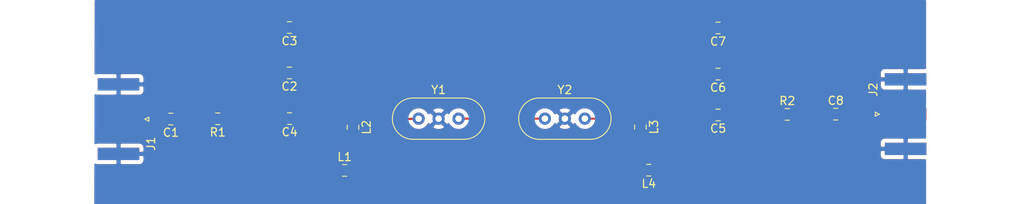
<source format=kicad_pcb>
(kicad_pcb (version 20171130) (host pcbnew "(5.1.5-0-10_14)")

  (general
    (thickness 1.6)
    (drawings 0)
    (tracks 61)
    (zones 0)
    (modules 18)
    (nets 13)
  )

  (page A4)
  (layers
    (0 F.Cu signal)
    (31 B.Cu signal)
    (32 B.Adhes user)
    (33 F.Adhes user)
    (34 B.Paste user)
    (35 F.Paste user)
    (36 B.SilkS user)
    (37 F.SilkS user)
    (38 B.Mask user)
    (39 F.Mask user)
    (40 Dwgs.User user)
    (41 Cmts.User user)
    (42 Eco1.User user)
    (43 Eco2.User user)
    (44 Edge.Cuts user)
    (45 Margin user)
    (46 B.CrtYd user)
    (47 F.CrtYd user)
    (48 B.Fab user)
    (49 F.Fab user)
  )

  (setup
    (last_trace_width 0.25)
    (trace_clearance 0.2)
    (zone_clearance 0.508)
    (zone_45_only no)
    (trace_min 0.2)
    (via_size 0.8)
    (via_drill 0.4)
    (via_min_size 0.4)
    (via_min_drill 0.3)
    (uvia_size 0.3)
    (uvia_drill 0.1)
    (uvias_allowed no)
    (uvia_min_size 0.2)
    (uvia_min_drill 0.1)
    (edge_width 0.05)
    (segment_width 0.2)
    (pcb_text_width 0.3)
    (pcb_text_size 1.5 1.5)
    (mod_edge_width 0.12)
    (mod_text_size 1 1)
    (mod_text_width 0.15)
    (pad_size 1.15 1.4)
    (pad_drill 0)
    (pad_to_mask_clearance 0.051)
    (solder_mask_min_width 0.25)
    (aux_axis_origin 0 0)
    (visible_elements FFFFFF7F)
    (pcbplotparams
      (layerselection 0x010fc_ffffffff)
      (usegerberextensions false)
      (usegerberattributes false)
      (usegerberadvancedattributes false)
      (creategerberjobfile false)
      (excludeedgelayer true)
      (linewidth 0.100000)
      (plotframeref false)
      (viasonmask false)
      (mode 1)
      (useauxorigin false)
      (hpglpennumber 1)
      (hpglpenspeed 20)
      (hpglpendiameter 15.000000)
      (psnegative false)
      (psa4output false)
      (plotreference true)
      (plotvalue true)
      (plotinvisibletext false)
      (padsonsilk false)
      (subtractmaskfromsilk false)
      (outputformat 1)
      (mirror false)
      (drillshape 1)
      (scaleselection 1)
      (outputdirectory ""))
  )

  (net 0 "")
  (net 1 "Net-(C1-Pad1)")
  (net 2 "Net-(C1-Pad2)")
  (net 3 "Net-(C2-Pad2)")
  (net 4 "Net-(C2-Pad1)")
  (net 5 "Net-(C5-Pad1)")
  (net 6 "Net-(C5-Pad2)")
  (net 7 "Net-(C8-Pad2)")
  (net 8 "Net-(C8-Pad1)")
  (net 9 GND)
  (net 10 "Net-(L1-Pad2)")
  (net 11 "Net-(L3-Pad2)")
  (net 12 "Net-(Y1-Pad2)")

  (net_class Default "This is the default net class."
    (clearance 0.2)
    (trace_width 0.25)
    (via_dia 0.8)
    (via_drill 0.4)
    (uvia_dia 0.3)
    (uvia_drill 0.1)
    (add_net GND)
    (add_net "Net-(C1-Pad1)")
    (add_net "Net-(C1-Pad2)")
    (add_net "Net-(C2-Pad1)")
    (add_net "Net-(C2-Pad2)")
    (add_net "Net-(C5-Pad1)")
    (add_net "Net-(C5-Pad2)")
    (add_net "Net-(C8-Pad1)")
    (add_net "Net-(C8-Pad2)")
    (add_net "Net-(L1-Pad2)")
    (add_net "Net-(L3-Pad2)")
    (add_net "Net-(Y1-Pad2)")
  )

  (module Capacitor_SMD:C_0805_2012Metric_Pad1.15x1.40mm_HandSolder (layer F.Cu) (tedit 5B36C52B) (tstamp 5E55F4AA)
    (at 106.705 76.5 180)
    (descr "Capacitor SMD 0805 (2012 Metric), square (rectangular) end terminal, IPC_7351 nominal with elongated pad for handsoldering. (Body size source: https://docs.google.com/spreadsheets/d/1BsfQQcO9C6DZCsRaXUlFlo91Tg2WpOkGARC1WS5S8t0/edit?usp=sharing), generated with kicad-footprint-generator")
    (tags "capacitor handsolder")
    (path /5E55AF11)
    (attr smd)
    (fp_text reference C1 (at 0 -1.65) (layer F.SilkS)
      (effects (font (size 1 1) (thickness 0.15)))
    )
    (fp_text value C (at 0 1.65) (layer F.Fab)
      (effects (font (size 1 1) (thickness 0.15)))
    )
    (fp_line (start -1 0.6) (end -1 -0.6) (layer F.Fab) (width 0.1))
    (fp_line (start -1 -0.6) (end 1 -0.6) (layer F.Fab) (width 0.1))
    (fp_line (start 1 -0.6) (end 1 0.6) (layer F.Fab) (width 0.1))
    (fp_line (start 1 0.6) (end -1 0.6) (layer F.Fab) (width 0.1))
    (fp_line (start -0.261252 -0.71) (end 0.261252 -0.71) (layer F.SilkS) (width 0.12))
    (fp_line (start -0.261252 0.71) (end 0.261252 0.71) (layer F.SilkS) (width 0.12))
    (fp_line (start -1.85 0.95) (end -1.85 -0.95) (layer F.CrtYd) (width 0.05))
    (fp_line (start -1.85 -0.95) (end 1.85 -0.95) (layer F.CrtYd) (width 0.05))
    (fp_line (start 1.85 -0.95) (end 1.85 0.95) (layer F.CrtYd) (width 0.05))
    (fp_line (start 1.85 0.95) (end -1.85 0.95) (layer F.CrtYd) (width 0.05))
    (fp_text user %R (at 0 0) (layer F.Fab)
      (effects (font (size 0.5 0.5) (thickness 0.08)))
    )
    (pad 1 smd roundrect (at -1.025 0 180) (size 1.15 1.4) (layers F.Cu F.Paste F.Mask) (roundrect_rratio 0.217391)
      (net 1 "Net-(C1-Pad1)"))
    (pad 2 smd roundrect (at 1.025 0 180) (size 1.15 1.4) (layers F.Cu F.Paste F.Mask) (roundrect_rratio 0.217391)
      (net 2 "Net-(C1-Pad2)"))
    (model ${KISYS3DMOD}/Capacitor_SMD.3dshapes/C_0805_2012Metric.wrl
      (at (xyz 0 0 0))
      (scale (xyz 1 1 1))
      (rotate (xyz 0 0 0))
    )
  )

  (module Capacitor_SMD:C_0805_2012Metric_Pad1.15x1.40mm_HandSolder (layer F.Cu) (tedit 5B36C52B) (tstamp 5E55F4BB)
    (at 121.205 70.86 180)
    (descr "Capacitor SMD 0805 (2012 Metric), square (rectangular) end terminal, IPC_7351 nominal with elongated pad for handsoldering. (Body size source: https://docs.google.com/spreadsheets/d/1BsfQQcO9C6DZCsRaXUlFlo91Tg2WpOkGARC1WS5S8t0/edit?usp=sharing), generated with kicad-footprint-generator")
    (tags "capacitor handsolder")
    (path /5E55CFA8)
    (attr smd)
    (fp_text reference C2 (at 0 -1.65) (layer F.SilkS)
      (effects (font (size 1 1) (thickness 0.15)))
    )
    (fp_text value C (at 0 1.65) (layer F.Fab)
      (effects (font (size 1 1) (thickness 0.15)))
    )
    (fp_text user %R (at 0 0) (layer F.Fab)
      (effects (font (size 0.5 0.5) (thickness 0.08)))
    )
    (fp_line (start 1.85 0.95) (end -1.85 0.95) (layer F.CrtYd) (width 0.05))
    (fp_line (start 1.85 -0.95) (end 1.85 0.95) (layer F.CrtYd) (width 0.05))
    (fp_line (start -1.85 -0.95) (end 1.85 -0.95) (layer F.CrtYd) (width 0.05))
    (fp_line (start -1.85 0.95) (end -1.85 -0.95) (layer F.CrtYd) (width 0.05))
    (fp_line (start -0.261252 0.71) (end 0.261252 0.71) (layer F.SilkS) (width 0.12))
    (fp_line (start -0.261252 -0.71) (end 0.261252 -0.71) (layer F.SilkS) (width 0.12))
    (fp_line (start 1 0.6) (end -1 0.6) (layer F.Fab) (width 0.1))
    (fp_line (start 1 -0.6) (end 1 0.6) (layer F.Fab) (width 0.1))
    (fp_line (start -1 -0.6) (end 1 -0.6) (layer F.Fab) (width 0.1))
    (fp_line (start -1 0.6) (end -1 -0.6) (layer F.Fab) (width 0.1))
    (pad 2 smd roundrect (at 1.025 0 180) (size 1.15 1.4) (layers F.Cu F.Paste F.Mask) (roundrect_rratio 0.217391)
      (net 3 "Net-(C2-Pad2)"))
    (pad 1 smd roundrect (at -1.025 0 180) (size 1.15 1.4) (layers F.Cu F.Paste F.Mask) (roundrect_rratio 0.217391)
      (net 4 "Net-(C2-Pad1)"))
    (model ${KISYS3DMOD}/Capacitor_SMD.3dshapes/C_0805_2012Metric.wrl
      (at (xyz 0 0 0))
      (scale (xyz 1 1 1))
      (rotate (xyz 0 0 0))
    )
  )

  (module Capacitor_SMD:C_0805_2012Metric_Pad1.15x1.40mm_HandSolder (layer F.Cu) (tedit 5B36C52B) (tstamp 5E55F4CC)
    (at 121.205 65.31 180)
    (descr "Capacitor SMD 0805 (2012 Metric), square (rectangular) end terminal, IPC_7351 nominal with elongated pad for handsoldering. (Body size source: https://docs.google.com/spreadsheets/d/1BsfQQcO9C6DZCsRaXUlFlo91Tg2WpOkGARC1WS5S8t0/edit?usp=sharing), generated with kicad-footprint-generator")
    (tags "capacitor handsolder")
    (path /5E55CD94)
    (attr smd)
    (fp_text reference C3 (at 0 -1.65) (layer F.SilkS)
      (effects (font (size 1 1) (thickness 0.15)))
    )
    (fp_text value C (at 0 1.65) (layer F.Fab)
      (effects (font (size 1 1) (thickness 0.15)))
    )
    (fp_line (start -1 0.6) (end -1 -0.6) (layer F.Fab) (width 0.1))
    (fp_line (start -1 -0.6) (end 1 -0.6) (layer F.Fab) (width 0.1))
    (fp_line (start 1 -0.6) (end 1 0.6) (layer F.Fab) (width 0.1))
    (fp_line (start 1 0.6) (end -1 0.6) (layer F.Fab) (width 0.1))
    (fp_line (start -0.261252 -0.71) (end 0.261252 -0.71) (layer F.SilkS) (width 0.12))
    (fp_line (start -0.261252 0.71) (end 0.261252 0.71) (layer F.SilkS) (width 0.12))
    (fp_line (start -1.85 0.95) (end -1.85 -0.95) (layer F.CrtYd) (width 0.05))
    (fp_line (start -1.85 -0.95) (end 1.85 -0.95) (layer F.CrtYd) (width 0.05))
    (fp_line (start 1.85 -0.95) (end 1.85 0.95) (layer F.CrtYd) (width 0.05))
    (fp_line (start 1.85 0.95) (end -1.85 0.95) (layer F.CrtYd) (width 0.05))
    (fp_text user %R (at 0 0) (layer F.Fab)
      (effects (font (size 0.5 0.5) (thickness 0.08)))
    )
    (pad 1 smd roundrect (at -1.025 0 180) (size 1.15 1.4) (layers F.Cu F.Paste F.Mask) (roundrect_rratio 0.217391)
      (net 4 "Net-(C2-Pad1)"))
    (pad 2 smd roundrect (at 1.025 0 180) (size 1.15 1.4) (layers F.Cu F.Paste F.Mask) (roundrect_rratio 0.217391)
      (net 3 "Net-(C2-Pad2)"))
    (model ${KISYS3DMOD}/Capacitor_SMD.3dshapes/C_0805_2012Metric.wrl
      (at (xyz 0 0 0))
      (scale (xyz 1 1 1))
      (rotate (xyz 0 0 0))
    )
  )

  (module Capacitor_SMD:C_0805_2012Metric_Pad1.15x1.40mm_HandSolder (layer F.Cu) (tedit 5B36C52B) (tstamp 5E55F4DD)
    (at 121.225 76.44 180)
    (descr "Capacitor SMD 0805 (2012 Metric), square (rectangular) end terminal, IPC_7351 nominal with elongated pad for handsoldering. (Body size source: https://docs.google.com/spreadsheets/d/1BsfQQcO9C6DZCsRaXUlFlo91Tg2WpOkGARC1WS5S8t0/edit?usp=sharing), generated with kicad-footprint-generator")
    (tags "capacitor handsolder")
    (path /5E55C5A4)
    (attr smd)
    (fp_text reference C4 (at 0 -1.65) (layer F.SilkS)
      (effects (font (size 1 1) (thickness 0.15)))
    )
    (fp_text value C (at 0 1.65) (layer F.Fab)
      (effects (font (size 1 1) (thickness 0.15)))
    )
    (fp_text user %R (at 0 0) (layer F.Fab)
      (effects (font (size 0.5 0.5) (thickness 0.08)))
    )
    (fp_line (start 1.85 0.95) (end -1.85 0.95) (layer F.CrtYd) (width 0.05))
    (fp_line (start 1.85 -0.95) (end 1.85 0.95) (layer F.CrtYd) (width 0.05))
    (fp_line (start -1.85 -0.95) (end 1.85 -0.95) (layer F.CrtYd) (width 0.05))
    (fp_line (start -1.85 0.95) (end -1.85 -0.95) (layer F.CrtYd) (width 0.05))
    (fp_line (start -0.261252 0.71) (end 0.261252 0.71) (layer F.SilkS) (width 0.12))
    (fp_line (start -0.261252 -0.71) (end 0.261252 -0.71) (layer F.SilkS) (width 0.12))
    (fp_line (start 1 0.6) (end -1 0.6) (layer F.Fab) (width 0.1))
    (fp_line (start 1 -0.6) (end 1 0.6) (layer F.Fab) (width 0.1))
    (fp_line (start -1 -0.6) (end 1 -0.6) (layer F.Fab) (width 0.1))
    (fp_line (start -1 0.6) (end -1 -0.6) (layer F.Fab) (width 0.1))
    (pad 2 smd roundrect (at 1.025 0 180) (size 1.15 1.4) (layers F.Cu F.Paste F.Mask) (roundrect_rratio 0.217391)
      (net 3 "Net-(C2-Pad2)"))
    (pad 1 smd roundrect (at -1.025 0 180) (size 1.15 1.4) (layers F.Cu F.Paste F.Mask) (roundrect_rratio 0.217391)
      (net 4 "Net-(C2-Pad1)"))
    (model ${KISYS3DMOD}/Capacitor_SMD.3dshapes/C_0805_2012Metric.wrl
      (at (xyz 0 0 0))
      (scale (xyz 1 1 1))
      (rotate (xyz 0 0 0))
    )
  )

  (module Capacitor_SMD:C_0805_2012Metric_Pad1.15x1.40mm_HandSolder (layer F.Cu) (tedit 5B36C52B) (tstamp 5E55F4EE)
    (at 173.625 76 180)
    (descr "Capacitor SMD 0805 (2012 Metric), square (rectangular) end terminal, IPC_7351 nominal with elongated pad for handsoldering. (Body size source: https://docs.google.com/spreadsheets/d/1BsfQQcO9C6DZCsRaXUlFlo91Tg2WpOkGARC1WS5S8t0/edit?usp=sharing), generated with kicad-footprint-generator")
    (tags "capacitor handsolder")
    (path /5E5639E2)
    (attr smd)
    (fp_text reference C5 (at 0 -1.65) (layer F.SilkS)
      (effects (font (size 1 1) (thickness 0.15)))
    )
    (fp_text value C (at 0 1.65) (layer F.Fab)
      (effects (font (size 1 1) (thickness 0.15)))
    )
    (fp_line (start -1 0.6) (end -1 -0.6) (layer F.Fab) (width 0.1))
    (fp_line (start -1 -0.6) (end 1 -0.6) (layer F.Fab) (width 0.1))
    (fp_line (start 1 -0.6) (end 1 0.6) (layer F.Fab) (width 0.1))
    (fp_line (start 1 0.6) (end -1 0.6) (layer F.Fab) (width 0.1))
    (fp_line (start -0.261252 -0.71) (end 0.261252 -0.71) (layer F.SilkS) (width 0.12))
    (fp_line (start -0.261252 0.71) (end 0.261252 0.71) (layer F.SilkS) (width 0.12))
    (fp_line (start -1.85 0.95) (end -1.85 -0.95) (layer F.CrtYd) (width 0.05))
    (fp_line (start -1.85 -0.95) (end 1.85 -0.95) (layer F.CrtYd) (width 0.05))
    (fp_line (start 1.85 -0.95) (end 1.85 0.95) (layer F.CrtYd) (width 0.05))
    (fp_line (start 1.85 0.95) (end -1.85 0.95) (layer F.CrtYd) (width 0.05))
    (fp_text user %R (at 0 0) (layer F.Fab)
      (effects (font (size 0.5 0.5) (thickness 0.08)))
    )
    (pad 1 smd roundrect (at -1.025 0 180) (size 1.15 1.4) (layers F.Cu F.Paste F.Mask) (roundrect_rratio 0.217391)
      (net 5 "Net-(C5-Pad1)"))
    (pad 2 smd roundrect (at 1.025 0 180) (size 1.15 1.4) (layers F.Cu F.Paste F.Mask) (roundrect_rratio 0.217391)
      (net 6 "Net-(C5-Pad2)"))
    (model ${KISYS3DMOD}/Capacitor_SMD.3dshapes/C_0805_2012Metric.wrl
      (at (xyz 0 0 0))
      (scale (xyz 1 1 1))
      (rotate (xyz 0 0 0))
    )
  )

  (module Capacitor_SMD:C_0805_2012Metric_Pad1.15x1.40mm_HandSolder (layer F.Cu) (tedit 5B36C52B) (tstamp 5E55F4FF)
    (at 173.615 71 180)
    (descr "Capacitor SMD 0805 (2012 Metric), square (rectangular) end terminal, IPC_7351 nominal with elongated pad for handsoldering. (Body size source: https://docs.google.com/spreadsheets/d/1BsfQQcO9C6DZCsRaXUlFlo91Tg2WpOkGARC1WS5S8t0/edit?usp=sharing), generated with kicad-footprint-generator")
    (tags "capacitor handsolder")
    (path /5E5639DC)
    (attr smd)
    (fp_text reference C6 (at 0 -1.65) (layer F.SilkS)
      (effects (font (size 1 1) (thickness 0.15)))
    )
    (fp_text value C (at 0 1.65) (layer F.Fab)
      (effects (font (size 1 1) (thickness 0.15)))
    )
    (fp_text user %R (at 0 0) (layer F.Fab)
      (effects (font (size 0.5 0.5) (thickness 0.08)))
    )
    (fp_line (start 1.85 0.95) (end -1.85 0.95) (layer F.CrtYd) (width 0.05))
    (fp_line (start 1.85 -0.95) (end 1.85 0.95) (layer F.CrtYd) (width 0.05))
    (fp_line (start -1.85 -0.95) (end 1.85 -0.95) (layer F.CrtYd) (width 0.05))
    (fp_line (start -1.85 0.95) (end -1.85 -0.95) (layer F.CrtYd) (width 0.05))
    (fp_line (start -0.261252 0.71) (end 0.261252 0.71) (layer F.SilkS) (width 0.12))
    (fp_line (start -0.261252 -0.71) (end 0.261252 -0.71) (layer F.SilkS) (width 0.12))
    (fp_line (start 1 0.6) (end -1 0.6) (layer F.Fab) (width 0.1))
    (fp_line (start 1 -0.6) (end 1 0.6) (layer F.Fab) (width 0.1))
    (fp_line (start -1 -0.6) (end 1 -0.6) (layer F.Fab) (width 0.1))
    (fp_line (start -1 0.6) (end -1 -0.6) (layer F.Fab) (width 0.1))
    (pad 2 smd roundrect (at 1.025 0 180) (size 1.15 1.4) (layers F.Cu F.Paste F.Mask) (roundrect_rratio 0.217391)
      (net 6 "Net-(C5-Pad2)"))
    (pad 1 smd roundrect (at -1.025 0 180) (size 1.15 1.4) (layers F.Cu F.Paste F.Mask) (roundrect_rratio 0.217391)
      (net 5 "Net-(C5-Pad1)"))
    (model ${KISYS3DMOD}/Capacitor_SMD.3dshapes/C_0805_2012Metric.wrl
      (at (xyz 0 0 0))
      (scale (xyz 1 1 1))
      (rotate (xyz 0 0 0))
    )
  )

  (module Capacitor_SMD:C_0805_2012Metric_Pad1.15x1.40mm_HandSolder (layer F.Cu) (tedit 5B36C52B) (tstamp 5E55F510)
    (at 173.615 65.36 180)
    (descr "Capacitor SMD 0805 (2012 Metric), square (rectangular) end terminal, IPC_7351 nominal with elongated pad for handsoldering. (Body size source: https://docs.google.com/spreadsheets/d/1BsfQQcO9C6DZCsRaXUlFlo91Tg2WpOkGARC1WS5S8t0/edit?usp=sharing), generated with kicad-footprint-generator")
    (tags "capacitor handsolder")
    (path /5E5639D6)
    (attr smd)
    (fp_text reference C7 (at 0 -1.65) (layer F.SilkS)
      (effects (font (size 1 1) (thickness 0.15)))
    )
    (fp_text value C (at 0 1.65) (layer F.Fab)
      (effects (font (size 1 1) (thickness 0.15)))
    )
    (fp_line (start -1 0.6) (end -1 -0.6) (layer F.Fab) (width 0.1))
    (fp_line (start -1 -0.6) (end 1 -0.6) (layer F.Fab) (width 0.1))
    (fp_line (start 1 -0.6) (end 1 0.6) (layer F.Fab) (width 0.1))
    (fp_line (start 1 0.6) (end -1 0.6) (layer F.Fab) (width 0.1))
    (fp_line (start -0.261252 -0.71) (end 0.261252 -0.71) (layer F.SilkS) (width 0.12))
    (fp_line (start -0.261252 0.71) (end 0.261252 0.71) (layer F.SilkS) (width 0.12))
    (fp_line (start -1.85 0.95) (end -1.85 -0.95) (layer F.CrtYd) (width 0.05))
    (fp_line (start -1.85 -0.95) (end 1.85 -0.95) (layer F.CrtYd) (width 0.05))
    (fp_line (start 1.85 -0.95) (end 1.85 0.95) (layer F.CrtYd) (width 0.05))
    (fp_line (start 1.85 0.95) (end -1.85 0.95) (layer F.CrtYd) (width 0.05))
    (fp_text user %R (at 0 0) (layer F.Fab)
      (effects (font (size 0.5 0.5) (thickness 0.08)))
    )
    (pad 1 smd roundrect (at -1.025 0 180) (size 1.15 1.4) (layers F.Cu F.Paste F.Mask) (roundrect_rratio 0.217391)
      (net 5 "Net-(C5-Pad1)"))
    (pad 2 smd roundrect (at 1.025 0 180) (size 1.15 1.4) (layers F.Cu F.Paste F.Mask) (roundrect_rratio 0.217391)
      (net 6 "Net-(C5-Pad2)"))
    (model ${KISYS3DMOD}/Capacitor_SMD.3dshapes/C_0805_2012Metric.wrl
      (at (xyz 0 0 0))
      (scale (xyz 1 1 1))
      (rotate (xyz 0 0 0))
    )
  )

  (module Capacitor_SMD:C_0805_2012Metric_Pad1.15x1.40mm_HandSolder (layer F.Cu) (tedit 5B36C52B) (tstamp 5E55F521)
    (at 188.005 75.9)
    (descr "Capacitor SMD 0805 (2012 Metric), square (rectangular) end terminal, IPC_7351 nominal with elongated pad for handsoldering. (Body size source: https://docs.google.com/spreadsheets/d/1BsfQQcO9C6DZCsRaXUlFlo91Tg2WpOkGARC1WS5S8t0/edit?usp=sharing), generated with kicad-footprint-generator")
    (tags "capacitor handsolder")
    (path /5E5653CA)
    (attr smd)
    (fp_text reference C8 (at 0 -1.65) (layer F.SilkS)
      (effects (font (size 1 1) (thickness 0.15)))
    )
    (fp_text value C (at 0 1.65) (layer F.Fab)
      (effects (font (size 1 1) (thickness 0.15)))
    )
    (fp_text user %R (at 0 0) (layer F.Fab)
      (effects (font (size 0.5 0.5) (thickness 0.08)))
    )
    (fp_line (start 1.85 0.95) (end -1.85 0.95) (layer F.CrtYd) (width 0.05))
    (fp_line (start 1.85 -0.95) (end 1.85 0.95) (layer F.CrtYd) (width 0.05))
    (fp_line (start -1.85 -0.95) (end 1.85 -0.95) (layer F.CrtYd) (width 0.05))
    (fp_line (start -1.85 0.95) (end -1.85 -0.95) (layer F.CrtYd) (width 0.05))
    (fp_line (start -0.261252 0.71) (end 0.261252 0.71) (layer F.SilkS) (width 0.12))
    (fp_line (start -0.261252 -0.71) (end 0.261252 -0.71) (layer F.SilkS) (width 0.12))
    (fp_line (start 1 0.6) (end -1 0.6) (layer F.Fab) (width 0.1))
    (fp_line (start 1 -0.6) (end 1 0.6) (layer F.Fab) (width 0.1))
    (fp_line (start -1 -0.6) (end 1 -0.6) (layer F.Fab) (width 0.1))
    (fp_line (start -1 0.6) (end -1 -0.6) (layer F.Fab) (width 0.1))
    (pad 2 smd roundrect (at 1.025 0) (size 1.15 1.4) (layers F.Cu F.Paste F.Mask) (roundrect_rratio 0.217391)
      (net 7 "Net-(C8-Pad2)"))
    (pad 1 smd roundrect (at -1.025 0) (size 1.15 1.4) (layers F.Cu F.Paste F.Mask) (roundrect_rratio 0.217391)
      (net 8 "Net-(C8-Pad1)"))
    (model ${KISYS3DMOD}/Capacitor_SMD.3dshapes/C_0805_2012Metric.wrl
      (at (xyz 0 0 0))
      (scale (xyz 1 1 1))
      (rotate (xyz 0 0 0))
    )
  )

  (module Connector_Coaxial:SMA_Amphenol_132289_EdgeMount (layer F.Cu) (tedit 5A1C1810) (tstamp 5E55F544)
    (at 100.3 76.51 180)
    (descr http://www.amphenolrf.com/132289.html)
    (tags SMA)
    (path /5E559C9D)
    (attr smd)
    (fp_text reference J1 (at -3.96 -3 90) (layer F.SilkS)
      (effects (font (size 1 1) (thickness 0.15)))
    )
    (fp_text value Conn_Coaxial (at 5 6) (layer F.Fab)
      (effects (font (size 1 1) (thickness 0.15)))
    )
    (fp_line (start -3.71 0.25) (end -3.21 0) (layer F.SilkS) (width 0.12))
    (fp_line (start -3.71 -0.25) (end -3.71 0.25) (layer F.SilkS) (width 0.12))
    (fp_line (start -3.21 0) (end -3.71 -0.25) (layer F.SilkS) (width 0.12))
    (fp_line (start 3.54 0) (end 2.54 0.75) (layer F.Fab) (width 0.1))
    (fp_line (start 2.54 -0.75) (end 3.54 0) (layer F.Fab) (width 0.1))
    (fp_text user %R (at 4.79 0 270) (layer F.Fab)
      (effects (font (size 1 1) (thickness 0.15)))
    )
    (fp_line (start 14.47 -5.58) (end -3.04 -5.58) (layer F.CrtYd) (width 0.05))
    (fp_line (start 14.47 -5.58) (end 14.47 5.58) (layer F.CrtYd) (width 0.05))
    (fp_line (start 14.47 5.58) (end -3.04 5.58) (layer F.CrtYd) (width 0.05))
    (fp_line (start -3.04 5.58) (end -3.04 -5.58) (layer F.CrtYd) (width 0.05))
    (fp_line (start 14.47 -5.58) (end -3.04 -5.58) (layer B.CrtYd) (width 0.05))
    (fp_line (start 14.47 -5.58) (end 14.47 5.58) (layer B.CrtYd) (width 0.05))
    (fp_line (start 14.47 5.58) (end -3.04 5.58) (layer B.CrtYd) (width 0.05))
    (fp_line (start -3.04 5.58) (end -3.04 -5.58) (layer B.CrtYd) (width 0.05))
    (fp_line (start 4.445 -3.81) (end 13.97 -3.81) (layer F.Fab) (width 0.1))
    (fp_line (start 13.97 -3.81) (end 13.97 3.81) (layer F.Fab) (width 0.1))
    (fp_line (start 13.97 3.81) (end 4.445 3.81) (layer F.Fab) (width 0.1))
    (fp_line (start 4.445 5.08) (end 4.445 3.81) (layer F.Fab) (width 0.1))
    (fp_line (start 4.445 -3.81) (end 4.445 -5.08) (layer F.Fab) (width 0.1))
    (fp_line (start -1.91 -5.08) (end 4.445 -5.08) (layer F.Fab) (width 0.1))
    (fp_line (start -1.91 -5.08) (end -1.91 -3.81) (layer F.Fab) (width 0.1))
    (fp_line (start -1.91 -3.81) (end 2.54 -3.81) (layer F.Fab) (width 0.1))
    (fp_line (start 2.54 -3.81) (end 2.54 3.81) (layer F.Fab) (width 0.1))
    (fp_line (start 2.54 3.81) (end -1.91 3.81) (layer F.Fab) (width 0.1))
    (fp_line (start -1.91 3.81) (end -1.91 5.08) (layer F.Fab) (width 0.1))
    (fp_line (start -1.91 5.08) (end 4.445 5.08) (layer F.Fab) (width 0.1))
    (pad 2 smd rect (at 0 4.25 270) (size 1.5 5.08) (layers B.Cu B.Paste B.Mask)
      (net 9 GND))
    (pad 2 smd rect (at 0 -4.25 270) (size 1.5 5.08) (layers B.Cu B.Paste B.Mask)
      (net 9 GND))
    (pad 2 smd rect (at 0 4.25 270) (size 1.5 5.08) (layers F.Cu F.Paste F.Mask)
      (net 9 GND))
    (pad 2 smd rect (at 0 -4.25 270) (size 1.5 5.08) (layers F.Cu F.Paste F.Mask)
      (net 9 GND))
    (pad 1 smd rect (at 0 0 270) (size 1.5 5.08) (layers F.Cu F.Paste F.Mask)
      (net 2 "Net-(C1-Pad2)"))
    (model ${KISYS3DMOD}/Connector_Coaxial.3dshapes/SMA_Amphenol_132289_EdgeMount.wrl
      (at (xyz 0 0 0))
      (scale (xyz 1 1 1))
      (rotate (xyz 0 0 0))
    )
  )

  (module Connector_Coaxial:SMA_Amphenol_132289_EdgeMount (layer F.Cu) (tedit 5A1C1810) (tstamp 5E55F567)
    (at 196.55 75.9)
    (descr http://www.amphenolrf.com/132289.html)
    (tags SMA)
    (path /5E5653C4)
    (attr smd)
    (fp_text reference J2 (at -3.96 -3 90) (layer F.SilkS)
      (effects (font (size 1 1) (thickness 0.15)))
    )
    (fp_text value Conn_Coaxial (at 5 6) (layer F.Fab)
      (effects (font (size 1 1) (thickness 0.15)))
    )
    (fp_line (start -1.91 5.08) (end 4.445 5.08) (layer F.Fab) (width 0.1))
    (fp_line (start -1.91 3.81) (end -1.91 5.08) (layer F.Fab) (width 0.1))
    (fp_line (start 2.54 3.81) (end -1.91 3.81) (layer F.Fab) (width 0.1))
    (fp_line (start 2.54 -3.81) (end 2.54 3.81) (layer F.Fab) (width 0.1))
    (fp_line (start -1.91 -3.81) (end 2.54 -3.81) (layer F.Fab) (width 0.1))
    (fp_line (start -1.91 -5.08) (end -1.91 -3.81) (layer F.Fab) (width 0.1))
    (fp_line (start -1.91 -5.08) (end 4.445 -5.08) (layer F.Fab) (width 0.1))
    (fp_line (start 4.445 -3.81) (end 4.445 -5.08) (layer F.Fab) (width 0.1))
    (fp_line (start 4.445 5.08) (end 4.445 3.81) (layer F.Fab) (width 0.1))
    (fp_line (start 13.97 3.81) (end 4.445 3.81) (layer F.Fab) (width 0.1))
    (fp_line (start 13.97 -3.81) (end 13.97 3.81) (layer F.Fab) (width 0.1))
    (fp_line (start 4.445 -3.81) (end 13.97 -3.81) (layer F.Fab) (width 0.1))
    (fp_line (start -3.04 5.58) (end -3.04 -5.58) (layer B.CrtYd) (width 0.05))
    (fp_line (start 14.47 5.58) (end -3.04 5.58) (layer B.CrtYd) (width 0.05))
    (fp_line (start 14.47 -5.58) (end 14.47 5.58) (layer B.CrtYd) (width 0.05))
    (fp_line (start 14.47 -5.58) (end -3.04 -5.58) (layer B.CrtYd) (width 0.05))
    (fp_line (start -3.04 5.58) (end -3.04 -5.58) (layer F.CrtYd) (width 0.05))
    (fp_line (start 14.47 5.58) (end -3.04 5.58) (layer F.CrtYd) (width 0.05))
    (fp_line (start 14.47 -5.58) (end 14.47 5.58) (layer F.CrtYd) (width 0.05))
    (fp_line (start 14.47 -5.58) (end -3.04 -5.58) (layer F.CrtYd) (width 0.05))
    (fp_text user %R (at 4.79 0 270) (layer F.Fab)
      (effects (font (size 1 1) (thickness 0.15)))
    )
    (fp_line (start 2.54 -0.75) (end 3.54 0) (layer F.Fab) (width 0.1))
    (fp_line (start 3.54 0) (end 2.54 0.75) (layer F.Fab) (width 0.1))
    (fp_line (start -3.21 0) (end -3.71 -0.25) (layer F.SilkS) (width 0.12))
    (fp_line (start -3.71 -0.25) (end -3.71 0.25) (layer F.SilkS) (width 0.12))
    (fp_line (start -3.71 0.25) (end -3.21 0) (layer F.SilkS) (width 0.12))
    (pad 1 smd rect (at 0 0 90) (size 1.5 5.08) (layers F.Cu F.Paste F.Mask)
      (net 7 "Net-(C8-Pad2)"))
    (pad 2 smd rect (at 0 -4.25 90) (size 1.5 5.08) (layers F.Cu F.Paste F.Mask)
      (net 9 GND))
    (pad 2 smd rect (at 0 4.25 90) (size 1.5 5.08) (layers F.Cu F.Paste F.Mask)
      (net 9 GND))
    (pad 2 smd rect (at 0 -4.25 90) (size 1.5 5.08) (layers B.Cu B.Paste B.Mask)
      (net 9 GND))
    (pad 2 smd rect (at 0 4.25 90) (size 1.5 5.08) (layers B.Cu B.Paste B.Mask)
      (net 9 GND))
    (model ${KISYS3DMOD}/Connector_Coaxial.3dshapes/SMA_Amphenol_132289_EdgeMount.wrl
      (at (xyz 0 0 0))
      (scale (xyz 1 1 1))
      (rotate (xyz 0 0 0))
    )
  )

  (module Inductor_SMD:L_0805_2012Metric_Pad1.15x1.40mm_HandSolder (layer F.Cu) (tedit 5B36C52B) (tstamp 5E55F578)
    (at 127.945 82.78)
    (descr "Capacitor SMD 0805 (2012 Metric), square (rectangular) end terminal, IPC_7351 nominal with elongated pad for handsoldering. (Body size source: https://docs.google.com/spreadsheets/d/1BsfQQcO9C6DZCsRaXUlFlo91Tg2WpOkGARC1WS5S8t0/edit?usp=sharing), generated with kicad-footprint-generator")
    (tags "inductor handsolder")
    (path /5E55DF5F)
    (attr smd)
    (fp_text reference L1 (at 0 -1.65) (layer F.SilkS)
      (effects (font (size 1 1) (thickness 0.15)))
    )
    (fp_text value L (at 0 1.65) (layer F.Fab)
      (effects (font (size 1 1) (thickness 0.15)))
    )
    (fp_text user %R (at 0 0) (layer F.Fab)
      (effects (font (size 0.5 0.5) (thickness 0.08)))
    )
    (fp_line (start 1.85 0.95) (end -1.85 0.95) (layer F.CrtYd) (width 0.05))
    (fp_line (start 1.85 -0.95) (end 1.85 0.95) (layer F.CrtYd) (width 0.05))
    (fp_line (start -1.85 -0.95) (end 1.85 -0.95) (layer F.CrtYd) (width 0.05))
    (fp_line (start -1.85 0.95) (end -1.85 -0.95) (layer F.CrtYd) (width 0.05))
    (fp_line (start -0.261252 0.71) (end 0.261252 0.71) (layer F.SilkS) (width 0.12))
    (fp_line (start -0.261252 -0.71) (end 0.261252 -0.71) (layer F.SilkS) (width 0.12))
    (fp_line (start 1 0.6) (end -1 0.6) (layer F.Fab) (width 0.1))
    (fp_line (start 1 -0.6) (end 1 0.6) (layer F.Fab) (width 0.1))
    (fp_line (start -1 -0.6) (end 1 -0.6) (layer F.Fab) (width 0.1))
    (fp_line (start -1 0.6) (end -1 -0.6) (layer F.Fab) (width 0.1))
    (pad 2 smd roundrect (at 1.025 0) (size 1.15 1.4) (layers F.Cu F.Paste F.Mask) (roundrect_rratio 0.217391)
      (net 10 "Net-(L1-Pad2)"))
    (pad 1 smd roundrect (at -1.025 0) (size 1.15 1.4) (layers F.Cu F.Paste F.Mask) (roundrect_rratio 0.217391)
      (net 9 GND))
    (model ${KISYS3DMOD}/Inductor_SMD.3dshapes/L_0805_2012Metric.wrl
      (at (xyz 0 0 0))
      (scale (xyz 1 1 1))
      (rotate (xyz 0 0 0))
    )
  )

  (module Inductor_SMD:L_0805_2012Metric_Pad1.15x1.40mm_HandSolder (layer F.Cu) (tedit 5B36C52B) (tstamp 5E55FFD9)
    (at 128.97 77.505 270)
    (descr "Capacitor SMD 0805 (2012 Metric), square (rectangular) end terminal, IPC_7351 nominal with elongated pad for handsoldering. (Body size source: https://docs.google.com/spreadsheets/d/1BsfQQcO9C6DZCsRaXUlFlo91Tg2WpOkGARC1WS5S8t0/edit?usp=sharing), generated with kicad-footprint-generator")
    (tags "inductor handsolder")
    (path /5E55D7EB)
    (attr smd)
    (fp_text reference L2 (at 0 -1.65 90) (layer F.SilkS)
      (effects (font (size 1 1) (thickness 0.15)))
    )
    (fp_text value L (at 0 1.65 90) (layer F.Fab)
      (effects (font (size 1 1) (thickness 0.15)))
    )
    (fp_line (start -1 0.6) (end -1 -0.6) (layer F.Fab) (width 0.1))
    (fp_line (start -1 -0.6) (end 1 -0.6) (layer F.Fab) (width 0.1))
    (fp_line (start 1 -0.6) (end 1 0.6) (layer F.Fab) (width 0.1))
    (fp_line (start 1 0.6) (end -1 0.6) (layer F.Fab) (width 0.1))
    (fp_line (start -0.261252 -0.71) (end 0.261252 -0.71) (layer F.SilkS) (width 0.12))
    (fp_line (start -0.261252 0.71) (end 0.261252 0.71) (layer F.SilkS) (width 0.12))
    (fp_line (start -1.85 0.95) (end -1.85 -0.95) (layer F.CrtYd) (width 0.05))
    (fp_line (start -1.85 -0.95) (end 1.85 -0.95) (layer F.CrtYd) (width 0.05))
    (fp_line (start 1.85 -0.95) (end 1.85 0.95) (layer F.CrtYd) (width 0.05))
    (fp_line (start 1.85 0.95) (end -1.85 0.95) (layer F.CrtYd) (width 0.05))
    (fp_text user %R (at 0 0 90) (layer F.Fab)
      (effects (font (size 0.5 0.5) (thickness 0.08)))
    )
    (pad 1 smd roundrect (at -1.025 0 270) (size 1.15 1.4) (layers F.Cu F.Paste F.Mask) (roundrect_rratio 0.217391)
      (net 4 "Net-(C2-Pad1)"))
    (pad 2 smd roundrect (at 1.025 0 270) (size 1.15 1.4) (layers F.Cu F.Paste F.Mask) (roundrect_rratio 0.217391)
      (net 10 "Net-(L1-Pad2)"))
    (model ${KISYS3DMOD}/Inductor_SMD.3dshapes/L_0805_2012Metric.wrl
      (at (xyz 0 0 0))
      (scale (xyz 1 1 1))
      (rotate (xyz 0 0 0))
    )
  )

  (module Inductor_SMD:L_0805_2012Metric_Pad1.15x1.40mm_HandSolder (layer F.Cu) (tedit 5B36C52B) (tstamp 5E55F59A)
    (at 164.12 77.47 270)
    (descr "Capacitor SMD 0805 (2012 Metric), square (rectangular) end terminal, IPC_7351 nominal with elongated pad for handsoldering. (Body size source: https://docs.google.com/spreadsheets/d/1BsfQQcO9C6DZCsRaXUlFlo91Tg2WpOkGARC1WS5S8t0/edit?usp=sharing), generated with kicad-footprint-generator")
    (tags "inductor handsolder")
    (path /5E5609D8)
    (attr smd)
    (fp_text reference L3 (at 0 -1.65 90) (layer F.SilkS)
      (effects (font (size 1 1) (thickness 0.15)))
    )
    (fp_text value L (at 0 1.65 90) (layer F.Fab)
      (effects (font (size 1 1) (thickness 0.15)))
    )
    (fp_line (start -1 0.6) (end -1 -0.6) (layer F.Fab) (width 0.1))
    (fp_line (start -1 -0.6) (end 1 -0.6) (layer F.Fab) (width 0.1))
    (fp_line (start 1 -0.6) (end 1 0.6) (layer F.Fab) (width 0.1))
    (fp_line (start 1 0.6) (end -1 0.6) (layer F.Fab) (width 0.1))
    (fp_line (start -0.261252 -0.71) (end 0.261252 -0.71) (layer F.SilkS) (width 0.12))
    (fp_line (start -0.261252 0.71) (end 0.261252 0.71) (layer F.SilkS) (width 0.12))
    (fp_line (start -1.85 0.95) (end -1.85 -0.95) (layer F.CrtYd) (width 0.05))
    (fp_line (start -1.85 -0.95) (end 1.85 -0.95) (layer F.CrtYd) (width 0.05))
    (fp_line (start 1.85 -0.95) (end 1.85 0.95) (layer F.CrtYd) (width 0.05))
    (fp_line (start 1.85 0.95) (end -1.85 0.95) (layer F.CrtYd) (width 0.05))
    (fp_text user %R (at 0 0 90) (layer F.Fab)
      (effects (font (size 0.5 0.5) (thickness 0.08)))
    )
    (pad 1 smd roundrect (at -1.025 0 270) (size 1.15 1.4) (layers F.Cu F.Paste F.Mask) (roundrect_rratio 0.217391)
      (net 6 "Net-(C5-Pad2)"))
    (pad 2 smd roundrect (at 1.025 0 270) (size 1.15 1.4) (layers F.Cu F.Paste F.Mask) (roundrect_rratio 0.217391)
      (net 11 "Net-(L3-Pad2)"))
    (model ${KISYS3DMOD}/Inductor_SMD.3dshapes/L_0805_2012Metric.wrl
      (at (xyz 0 0 0))
      (scale (xyz 1 1 1))
      (rotate (xyz 0 0 0))
    )
  )

  (module Inductor_SMD:L_0805_2012Metric_Pad1.15x1.40mm_HandSolder (layer F.Cu) (tedit 5B36C52B) (tstamp 5E55F5AB)
    (at 165.145 82.75 180)
    (descr "Capacitor SMD 0805 (2012 Metric), square (rectangular) end terminal, IPC_7351 nominal with elongated pad for handsoldering. (Body size source: https://docs.google.com/spreadsheets/d/1BsfQQcO9C6DZCsRaXUlFlo91Tg2WpOkGARC1WS5S8t0/edit?usp=sharing), generated with kicad-footprint-generator")
    (tags "inductor handsolder")
    (path /5E5609DE)
    (attr smd)
    (fp_text reference L4 (at 0 -1.65) (layer F.SilkS)
      (effects (font (size 1 1) (thickness 0.15)))
    )
    (fp_text value L (at 0 1.65) (layer F.Fab)
      (effects (font (size 1 1) (thickness 0.15)))
    )
    (fp_text user %R (at 0 0) (layer F.Fab)
      (effects (font (size 0.5 0.5) (thickness 0.08)))
    )
    (fp_line (start 1.85 0.95) (end -1.85 0.95) (layer F.CrtYd) (width 0.05))
    (fp_line (start 1.85 -0.95) (end 1.85 0.95) (layer F.CrtYd) (width 0.05))
    (fp_line (start -1.85 -0.95) (end 1.85 -0.95) (layer F.CrtYd) (width 0.05))
    (fp_line (start -1.85 0.95) (end -1.85 -0.95) (layer F.CrtYd) (width 0.05))
    (fp_line (start -0.261252 0.71) (end 0.261252 0.71) (layer F.SilkS) (width 0.12))
    (fp_line (start -0.261252 -0.71) (end 0.261252 -0.71) (layer F.SilkS) (width 0.12))
    (fp_line (start 1 0.6) (end -1 0.6) (layer F.Fab) (width 0.1))
    (fp_line (start 1 -0.6) (end 1 0.6) (layer F.Fab) (width 0.1))
    (fp_line (start -1 -0.6) (end 1 -0.6) (layer F.Fab) (width 0.1))
    (fp_line (start -1 0.6) (end -1 -0.6) (layer F.Fab) (width 0.1))
    (pad 2 smd roundrect (at 1.025 0 180) (size 1.15 1.4) (layers F.Cu F.Paste F.Mask) (roundrect_rratio 0.217391)
      (net 11 "Net-(L3-Pad2)"))
    (pad 1 smd roundrect (at -1.025 0 180) (size 1.15 1.4) (layers F.Cu F.Paste F.Mask) (roundrect_rratio 0.217391)
      (net 9 GND))
    (model ${KISYS3DMOD}/Inductor_SMD.3dshapes/L_0805_2012Metric.wrl
      (at (xyz 0 0 0))
      (scale (xyz 1 1 1))
      (rotate (xyz 0 0 0))
    )
  )

  (module Resistor_SMD:R_0805_2012Metric_Pad1.15x1.40mm_HandSolder (layer F.Cu) (tedit 5B36C52B) (tstamp 5E55F5BC)
    (at 112.435 76.47 180)
    (descr "Resistor SMD 0805 (2012 Metric), square (rectangular) end terminal, IPC_7351 nominal with elongated pad for handsoldering. (Body size source: https://docs.google.com/spreadsheets/d/1BsfQQcO9C6DZCsRaXUlFlo91Tg2WpOkGARC1WS5S8t0/edit?usp=sharing), generated with kicad-footprint-generator")
    (tags "resistor handsolder")
    (path /5E55BC9A)
    (attr smd)
    (fp_text reference R1 (at 0 -1.65) (layer F.SilkS)
      (effects (font (size 1 1) (thickness 0.15)))
    )
    (fp_text value 0 (at 0 1.65) (layer F.Fab)
      (effects (font (size 1 1) (thickness 0.15)))
    )
    (fp_line (start -1 0.6) (end -1 -0.6) (layer F.Fab) (width 0.1))
    (fp_line (start -1 -0.6) (end 1 -0.6) (layer F.Fab) (width 0.1))
    (fp_line (start 1 -0.6) (end 1 0.6) (layer F.Fab) (width 0.1))
    (fp_line (start 1 0.6) (end -1 0.6) (layer F.Fab) (width 0.1))
    (fp_line (start -0.261252 -0.71) (end 0.261252 -0.71) (layer F.SilkS) (width 0.12))
    (fp_line (start -0.261252 0.71) (end 0.261252 0.71) (layer F.SilkS) (width 0.12))
    (fp_line (start -1.85 0.95) (end -1.85 -0.95) (layer F.CrtYd) (width 0.05))
    (fp_line (start -1.85 -0.95) (end 1.85 -0.95) (layer F.CrtYd) (width 0.05))
    (fp_line (start 1.85 -0.95) (end 1.85 0.95) (layer F.CrtYd) (width 0.05))
    (fp_line (start 1.85 0.95) (end -1.85 0.95) (layer F.CrtYd) (width 0.05))
    (fp_text user %R (at 0 0) (layer F.Fab)
      (effects (font (size 0.5 0.5) (thickness 0.08)))
    )
    (pad 1 smd roundrect (at -1.025 0 180) (size 1.15 1.4) (layers F.Cu F.Paste F.Mask) (roundrect_rratio 0.217391)
      (net 3 "Net-(C2-Pad2)"))
    (pad 2 smd roundrect (at 1.025 0 180) (size 1.15 1.4) (layers F.Cu F.Paste F.Mask) (roundrect_rratio 0.217391)
      (net 1 "Net-(C1-Pad1)"))
    (model ${KISYS3DMOD}/Resistor_SMD.3dshapes/R_0805_2012Metric.wrl
      (at (xyz 0 0 0))
      (scale (xyz 1 1 1))
      (rotate (xyz 0 0 0))
    )
  )

  (module Resistor_SMD:R_0805_2012Metric_Pad1.15x1.40mm_HandSolder (layer F.Cu) (tedit 5B36C52B) (tstamp 5E55F5CD)
    (at 182.08 75.93)
    (descr "Resistor SMD 0805 (2012 Metric), square (rectangular) end terminal, IPC_7351 nominal with elongated pad for handsoldering. (Body size source: https://docs.google.com/spreadsheets/d/1BsfQQcO9C6DZCsRaXUlFlo91Tg2WpOkGARC1WS5S8t0/edit?usp=sharing), generated with kicad-footprint-generator")
    (tags "resistor handsolder")
    (path /5E5653D0)
    (attr smd)
    (fp_text reference R2 (at 0 -1.65) (layer F.SilkS)
      (effects (font (size 1 1) (thickness 0.15)))
    )
    (fp_text value 0 (at 0 1.65) (layer F.Fab)
      (effects (font (size 1 1) (thickness 0.15)))
    )
    (fp_text user %R (at 0 0) (layer F.Fab)
      (effects (font (size 0.5 0.5) (thickness 0.08)))
    )
    (fp_line (start 1.85 0.95) (end -1.85 0.95) (layer F.CrtYd) (width 0.05))
    (fp_line (start 1.85 -0.95) (end 1.85 0.95) (layer F.CrtYd) (width 0.05))
    (fp_line (start -1.85 -0.95) (end 1.85 -0.95) (layer F.CrtYd) (width 0.05))
    (fp_line (start -1.85 0.95) (end -1.85 -0.95) (layer F.CrtYd) (width 0.05))
    (fp_line (start -0.261252 0.71) (end 0.261252 0.71) (layer F.SilkS) (width 0.12))
    (fp_line (start -0.261252 -0.71) (end 0.261252 -0.71) (layer F.SilkS) (width 0.12))
    (fp_line (start 1 0.6) (end -1 0.6) (layer F.Fab) (width 0.1))
    (fp_line (start 1 -0.6) (end 1 0.6) (layer F.Fab) (width 0.1))
    (fp_line (start -1 -0.6) (end 1 -0.6) (layer F.Fab) (width 0.1))
    (fp_line (start -1 0.6) (end -1 -0.6) (layer F.Fab) (width 0.1))
    (pad 2 smd roundrect (at 1.025 0) (size 1.15 1.4) (layers F.Cu F.Paste F.Mask) (roundrect_rratio 0.217391)
      (net 8 "Net-(C8-Pad1)"))
    (pad 1 smd roundrect (at -1.025 0) (size 1.15 1.4) (layers F.Cu F.Paste F.Mask) (roundrect_rratio 0.217391)
      (net 5 "Net-(C5-Pad1)"))
    (model ${KISYS3DMOD}/Resistor_SMD.3dshapes/R_0805_2012Metric.wrl
      (at (xyz 0 0 0))
      (scale (xyz 1 1 1))
      (rotate (xyz 0 0 0))
    )
  )

  (module Crystal:Crystal_HC49-U-3Pin_Vertical (layer F.Cu) (tedit 5E559F29) (tstamp 5E55F5E5)
    (at 137 76.45)
    (descr "Crystal THT HC-49/U, 3pin-version, http://www.raltron.com/products/pdfspecs/crystal_hc_49_45_51.pdf")
    (tags "THT crystalHC-49/U")
    (path /5E55EB2D)
    (fp_text reference Y1 (at 2.44 -3.525) (layer F.SilkS)
      (effects (font (size 1 1) (thickness 0.15)))
    )
    (fp_text value Crystal (at 2.44 3.525) (layer F.Fab)
      (effects (font (size 1 1) (thickness 0.15)))
    )
    (fp_text user %R (at 2.44 0) (layer F.Fab)
      (effects (font (size 1 1) (thickness 0.15)))
    )
    (fp_line (start -0.685 -2.325) (end 5.565 -2.325) (layer F.Fab) (width 0.1))
    (fp_line (start -0.685 2.325) (end 5.565 2.325) (layer F.Fab) (width 0.1))
    (fp_line (start -0.56 -2) (end 5.44 -2) (layer F.Fab) (width 0.1))
    (fp_line (start -0.56 2) (end 5.44 2) (layer F.Fab) (width 0.1))
    (fp_line (start -0.685 -2.525) (end 5.565 -2.525) (layer F.SilkS) (width 0.12))
    (fp_line (start -0.685 2.525) (end 5.565 2.525) (layer F.SilkS) (width 0.12))
    (fp_line (start -3.5 -2.8) (end -3.5 2.8) (layer F.CrtYd) (width 0.05))
    (fp_line (start -3.5 2.8) (end 8.4 2.8) (layer F.CrtYd) (width 0.05))
    (fp_line (start 8.4 2.8) (end 8.4 -2.8) (layer F.CrtYd) (width 0.05))
    (fp_line (start 8.4 -2.8) (end -3.5 -2.8) (layer F.CrtYd) (width 0.05))
    (fp_arc (start -0.685 0) (end -0.685 -2.325) (angle -180) (layer F.Fab) (width 0.1))
    (fp_arc (start 5.565 0) (end 5.565 -2.325) (angle 180) (layer F.Fab) (width 0.1))
    (fp_arc (start -0.56 0) (end -0.56 -2) (angle -180) (layer F.Fab) (width 0.1))
    (fp_arc (start 5.44 0) (end 5.44 -2) (angle 180) (layer F.Fab) (width 0.1))
    (fp_arc (start -0.685 0) (end -0.685 -2.525) (angle -180) (layer F.SilkS) (width 0.12))
    (fp_arc (start 5.565 0) (end 5.565 -2.525) (angle 180) (layer F.SilkS) (width 0.12))
    (pad 1 thru_hole circle (at 0 0) (size 1.5 1.5) (drill 0.8) (layers *.Cu *.Mask)
      (net 4 "Net-(C2-Pad1)"))
    (pad 2 thru_hole circle (at 2.44 0) (size 1.5 1.5) (drill 0.8) (layers *.Cu *.Mask)
      (net 9 GND))
    (pad 3 thru_hole circle (at 4.88 0) (size 1.5 1.5) (drill 0.8) (layers *.Cu *.Mask)
      (net 12 "Net-(Y1-Pad2)"))
    (model ${KISYS3DMOD}/Crystal.3dshapes/Crystal_HC49-U-3Pin_Vertical.wrl
      (at (xyz 0 0 0))
      (scale (xyz 1 1 1))
      (rotate (xyz 0 0 0))
    )
  )

  (module Crystal:Crystal_HC49-U-3Pin_Vertical (layer F.Cu) (tedit 5E559FC1) (tstamp 5E55F5FD)
    (at 152.44 76.45)
    (descr "Crystal THT HC-49/U, 3pin-version, http://www.raltron.com/products/pdfspecs/crystal_hc_49_45_51.pdf")
    (tags "THT crystalHC-49/U")
    (path /5E55F23C)
    (fp_text reference Y2 (at 2.44 -3.525) (layer F.SilkS)
      (effects (font (size 1 1) (thickness 0.15)))
    )
    (fp_text value Crystal (at 2.44 3.525) (layer F.Fab)
      (effects (font (size 1 1) (thickness 0.15)))
    )
    (fp_arc (start 5.565 0) (end 5.565 -2.525) (angle 180) (layer F.SilkS) (width 0.12))
    (fp_arc (start -0.685 0) (end -0.685 -2.525) (angle -180) (layer F.SilkS) (width 0.12))
    (fp_arc (start 5.44 0) (end 5.44 -2) (angle 180) (layer F.Fab) (width 0.1))
    (fp_arc (start -0.56 0) (end -0.56 -2) (angle -180) (layer F.Fab) (width 0.1))
    (fp_arc (start 5.565 0) (end 5.565 -2.325) (angle 180) (layer F.Fab) (width 0.1))
    (fp_arc (start -0.685 0) (end -0.685 -2.325) (angle -180) (layer F.Fab) (width 0.1))
    (fp_line (start 8.4 -2.8) (end -3.5 -2.8) (layer F.CrtYd) (width 0.05))
    (fp_line (start 8.4 2.8) (end 8.4 -2.8) (layer F.CrtYd) (width 0.05))
    (fp_line (start -3.5 2.8) (end 8.4 2.8) (layer F.CrtYd) (width 0.05))
    (fp_line (start -3.5 -2.8) (end -3.5 2.8) (layer F.CrtYd) (width 0.05))
    (fp_line (start -0.685 2.525) (end 5.565 2.525) (layer F.SilkS) (width 0.12))
    (fp_line (start -0.685 -2.525) (end 5.565 -2.525) (layer F.SilkS) (width 0.12))
    (fp_line (start -0.56 2) (end 5.44 2) (layer F.Fab) (width 0.1))
    (fp_line (start -0.56 -2) (end 5.44 -2) (layer F.Fab) (width 0.1))
    (fp_line (start -0.685 2.325) (end 5.565 2.325) (layer F.Fab) (width 0.1))
    (fp_line (start -0.685 -2.325) (end 5.565 -2.325) (layer F.Fab) (width 0.1))
    (fp_text user %R (at 2.44 0) (layer F.Fab)
      (effects (font (size 1 1) (thickness 0.15)))
    )
    (pad 3 thru_hole circle (at 4.88 0) (size 1.5 1.5) (drill 0.8) (layers *.Cu *.Mask)
      (net 6 "Net-(C5-Pad2)"))
    (pad 2 thru_hole circle (at 2.44 0) (size 1.5 1.5) (drill 0.8) (layers *.Cu *.Mask)
      (net 9 GND))
    (pad 1 thru_hole circle (at 0 0) (size 1.5 1.5) (drill 0.8) (layers *.Cu *.Mask)
      (net 12 "Net-(Y1-Pad2)"))
    (model ${KISYS3DMOD}/Crystal.3dshapes/Crystal_HC49-U-3Pin_Vertical.wrl
      (at (xyz 0 0 0))
      (scale (xyz 1 1 1))
      (rotate (xyz 0 0 0))
    )
  )

  (segment (start 174.59 76.49) (end 174.56 76.46) (width 0.25) (layer F.Cu) (net 5) (tstamp 5E55FD39))
  (segment (start 175.155 70.88) (end 178.27 73.995) (width 0.25) (layer F.Cu) (net 5) (tstamp 5E55FD3D))
  (segment (start 174.58 70.88) (end 175.155 70.88) (width 0.25) (layer F.Cu) (net 5) (tstamp 5E55FD3E))
  (segment (start 174.58 65.33) (end 174.58 66.03) (width 0.25) (layer F.Cu) (net 5) (tstamp 5E55FD3F))
  (segment (start 174.58 66.03) (end 178.27 69.72) (width 0.25) (layer F.Cu) (net 5) (tstamp 5E55FD40))
  (segment (start 122.23 76.48) (end 122.2 76.45) (width 0.25) (layer F.Cu) (net 4) (tstamp 5E55FD39))
  (segment (start 125.91 76.4) (end 125.83 76.48) (width 0.25) (layer F.Cu) (net 4) (tstamp 5E55FD3A))
  (segment (start 125.91 73.985) (end 125.91 76.4) (width 0.25) (layer F.Cu) (net 4) (tstamp 5E55FD3B))
  (segment (start 122.795 70.87) (end 125.91 73.985) (width 0.25) (layer F.Cu) (net 4) (tstamp 5E55FD3D))
  (segment (start 122.22 70.87) (end 122.795 70.87) (width 0.25) (layer F.Cu) (net 4) (tstamp 5E55FD3E))
  (segment (start 122.22 65.32) (end 122.22 66.02) (width 0.25) (layer F.Cu) (net 4) (tstamp 5E55FD3F))
  (segment (start 122.22 66.02) (end 125.91 69.71) (width 0.25) (layer F.Cu) (net 4) (tstamp 5E55FD40))
  (segment (start 125.91 69.71) (end 125.91 76.4) (width 0.25) (layer F.Cu) (net 4) (tstamp 5E55FD41))
  (segment (start 111.38 76.5) (end 111.41 76.47) (width 0.25) (layer F.Cu) (net 1))
  (segment (start 107.73 76.5) (end 111.38 76.5) (width 0.25) (layer F.Cu) (net 1))
  (segment (start 105.67 76.51) (end 105.68 76.5) (width 0.25) (layer F.Cu) (net 2))
  (segment (start 100.3 76.51) (end 105.67 76.51) (width 0.25) (layer F.Cu) (net 2))
  (segment (start 120.17 76.47) (end 120.2 76.44) (width 0.25) (layer F.Cu) (net 3))
  (segment (start 119.605 70.86) (end 116.49 73.975) (width 0.25) (layer F.Cu) (net 3))
  (segment (start 120.18 70.86) (end 119.605 70.86) (width 0.25) (layer F.Cu) (net 3))
  (segment (start 116.49 73.975) (end 116.49 76.39) (width 0.25) (layer F.Cu) (net 3))
  (segment (start 116.57 76.47) (end 120.17 76.47) (width 0.25) (layer F.Cu) (net 3))
  (segment (start 116.49 76.39) (end 116.57 76.47) (width 0.25) (layer F.Cu) (net 3))
  (segment (start 113.46 76.47) (end 116.57 76.47) (width 0.25) (layer F.Cu) (net 3))
  (segment (start 116.49 69.7) (end 116.49 76.39) (width 0.25) (layer F.Cu) (net 3))
  (segment (start 120.18 66.01) (end 116.49 69.7) (width 0.25) (layer F.Cu) (net 3))
  (segment (start 120.18 65.31) (end 120.18 66.01) (width 0.25) (layer F.Cu) (net 3))
  (segment (start 125.92 76.39) (end 125.83 76.48) (width 0.25) (layer F.Cu) (net 4))
  (segment (start 125.62 76.48) (end 125.55 76.41) (width 0.25) (layer F.Cu) (net 4))
  (segment (start 128.97 76.48) (end 125.62 76.48) (width 0.25) (layer F.Cu) (net 4))
  (segment (start 125.55 76.41) (end 122.23 76.48) (width 0.25) (layer F.Cu) (net 4))
  (segment (start 125.83 76.48) (end 125.55 76.41) (width 0.25) (layer F.Cu) (net 4))
  (segment (start 136.97 76.48) (end 137 76.45) (width 0.25) (layer F.Cu) (net 4))
  (segment (start 128.97 76.48) (end 136.97 76.48) (width 0.25) (layer F.Cu) (net 4))
  (segment (start 180.985 76) (end 181.055 75.93) (width 0.25) (layer F.Cu) (net 5))
  (segment (start 178.27 75.96) (end 178.3 75.99) (width 0.25) (layer F.Cu) (net 5))
  (segment (start 178.27 73.995) (end 178.27 75.96) (width 0.25) (layer F.Cu) (net 5))
  (segment (start 178.3 75.99) (end 180.985 76) (width 0.25) (layer F.Cu) (net 5))
  (segment (start 174.65 76) (end 178.3 75.99) (width 0.25) (layer F.Cu) (net 5))
  (segment (start 178.27 69.72) (end 178.27 73.995) (width 0.25) (layer F.Cu) (net 5))
  (segment (start 172.52 76.51) (end 172.55 76.48) (width 0.25) (layer F.Cu) (net 6) (tstamp 5E55FD39))
  (segment (start 171.955 70.9) (end 168.84 74.015) (width 0.25) (layer F.Cu) (net 6) (tstamp 5E55FD3D))
  (segment (start 172.53 70.9) (end 171.955 70.9) (width 0.25) (layer F.Cu) (net 6) (tstamp 5E55FD3E))
  (segment (start 172.53 65.35) (end 172.53 66.05) (width 0.25) (layer F.Cu) (net 6) (tstamp 5E55FD3F))
  (segment (start 172.53 66.05) (end 168.84 69.74) (width 0.25) (layer F.Cu) (net 6) (tstamp 5E55FD40))
  (segment (start 164.115 76.45) (end 164.12 76.445) (width 0.25) (layer F.Cu) (net 6))
  (segment (start 157.32 76.45) (end 164.115 76.45) (width 0.25) (layer F.Cu) (net 6))
  (segment (start 172.155 76.445) (end 172.6 76) (width 0.25) (layer F.Cu) (net 6))
  (segment (start 168.84 76.43) (end 168.83 76.44) (width 0.25) (layer F.Cu) (net 6))
  (segment (start 168.83 76.44) (end 172.155 76.445) (width 0.25) (layer F.Cu) (net 6))
  (segment (start 164.12 76.445) (end 168.83 76.44) (width 0.25) (layer F.Cu) (net 6))
  (segment (start 168.84 74.35) (end 168.81 74.38) (width 0.25) (layer F.Cu) (net 6))
  (segment (start 168.84 69.74) (end 168.84 74.35) (width 0.25) (layer F.Cu) (net 6))
  (segment (start 168.81 74.38) (end 168.84 76.43) (width 0.25) (layer F.Cu) (net 6))
  (segment (start 168.84 74.015) (end 168.81 74.38) (width 0.25) (layer F.Cu) (net 6))
  (segment (start 189.03 75.9) (end 196.55 75.9) (width 0.25) (layer F.Cu) (net 7))
  (segment (start 186.95 75.93) (end 186.98 75.9) (width 0.25) (layer F.Cu) (net 8))
  (segment (start 183.105 75.93) (end 186.95 75.93) (width 0.25) (layer F.Cu) (net 8))
  (segment (start 128.97 78.53) (end 128.97 82.78) (width 0.25) (layer F.Cu) (net 10))
  (segment (start 164.12 78.495) (end 164.12 82.75) (width 0.25) (layer F.Cu) (net 11))
  (segment (start 152.44 76.45) (end 141.88 76.45) (width 0.25) (layer F.Cu) (net 12))

  (zone (net 9) (net_name GND) (layer F.Cu) (tstamp 0) (hatch edge 0.508)
    (connect_pads (clearance 0.508))
    (min_thickness 0.254)
    (fill yes (arc_segments 32) (thermal_gap 0.508) (thermal_bridge_width 0.508))
    (polygon
      (pts
        (xy 199.05 86.93) (xy 97.34 86.93) (xy 97.39 61.94) (xy 199.05 61.94)
      )
    )
    (filled_polygon
      (pts
        (xy 198.923 70.262156) (xy 196.83575 70.265) (xy 196.677 70.42375) (xy 196.677 71.523) (xy 196.697 71.523)
        (xy 196.697 71.777) (xy 196.677 71.777) (xy 196.677 72.87625) (xy 196.83575 73.035) (xy 198.923 73.037844)
        (xy 198.923 74.511928) (xy 194.01 74.511928) (xy 193.885518 74.524188) (xy 193.76582 74.560498) (xy 193.655506 74.619463)
        (xy 193.558815 74.698815) (xy 193.479463 74.795506) (xy 193.420498 74.90582) (xy 193.384188 75.025518) (xy 193.372913 75.14)
        (xy 190.184527 75.14) (xy 190.175472 75.110149) (xy 190.093405 74.956613) (xy 189.982962 74.822038) (xy 189.848387 74.711595)
        (xy 189.694851 74.629528) (xy 189.528255 74.578992) (xy 189.355001 74.561928) (xy 188.704999 74.561928) (xy 188.531745 74.578992)
        (xy 188.365149 74.629528) (xy 188.211613 74.711595) (xy 188.077038 74.822038) (xy 188.005 74.909816) (xy 187.932962 74.822038)
        (xy 187.798387 74.711595) (xy 187.644851 74.629528) (xy 187.478255 74.578992) (xy 187.305001 74.561928) (xy 186.654999 74.561928)
        (xy 186.481745 74.578992) (xy 186.315149 74.629528) (xy 186.161613 74.711595) (xy 186.027038 74.822038) (xy 185.916595 74.956613)
        (xy 185.834528 75.110149) (xy 185.816373 75.17) (xy 184.259527 75.17) (xy 184.250472 75.140149) (xy 184.168405 74.986613)
        (xy 184.057962 74.852038) (xy 183.923387 74.741595) (xy 183.769851 74.659528) (xy 183.603255 74.608992) (xy 183.430001 74.591928)
        (xy 182.779999 74.591928) (xy 182.606745 74.608992) (xy 182.440149 74.659528) (xy 182.286613 74.741595) (xy 182.152038 74.852038)
        (xy 182.08 74.939816) (xy 182.007962 74.852038) (xy 181.873387 74.741595) (xy 181.719851 74.659528) (xy 181.553255 74.608992)
        (xy 181.380001 74.591928) (xy 180.729999 74.591928) (xy 180.556745 74.608992) (xy 180.390149 74.659528) (xy 180.236613 74.741595)
        (xy 180.102038 74.852038) (xy 179.991595 74.986613) (xy 179.909528 75.140149) (xy 179.880488 75.235882) (xy 179.03 75.232714)
        (xy 179.03 74.032322) (xy 179.033676 73.994999) (xy 179.03 73.957676) (xy 179.03 72.4) (xy 193.371928 72.4)
        (xy 193.384188 72.524482) (xy 193.420498 72.64418) (xy 193.479463 72.754494) (xy 193.558815 72.851185) (xy 193.655506 72.930537)
        (xy 193.76582 72.989502) (xy 193.885518 73.025812) (xy 194.01 73.038072) (xy 196.26425 73.035) (xy 196.423 72.87625)
        (xy 196.423 71.777) (xy 193.53375 71.777) (xy 193.375 71.93575) (xy 193.371928 72.4) (xy 179.03 72.4)
        (xy 179.03 70.9) (xy 193.371928 70.9) (xy 193.375 71.36425) (xy 193.53375 71.523) (xy 196.423 71.523)
        (xy 196.423 70.42375) (xy 196.26425 70.265) (xy 194.01 70.261928) (xy 193.885518 70.274188) (xy 193.76582 70.310498)
        (xy 193.655506 70.369463) (xy 193.558815 70.448815) (xy 193.479463 70.545506) (xy 193.420498 70.65582) (xy 193.384188 70.775518)
        (xy 193.371928 70.9) (xy 179.03 70.9) (xy 179.03 69.757322) (xy 179.033676 69.719999) (xy 179.03 69.682676)
        (xy 179.03 69.682667) (xy 179.019003 69.571014) (xy 178.975546 69.427753) (xy 178.915665 69.315725) (xy 178.904974 69.295723)
        (xy 178.833799 69.208997) (xy 178.810001 69.179999) (xy 178.781004 69.156202) (xy 175.781703 66.156902) (xy 175.785472 66.149851)
        (xy 175.836008 65.983255) (xy 175.853072 65.810001) (xy 175.853072 64.909999) (xy 175.836008 64.736745) (xy 175.785472 64.570149)
        (xy 175.703405 64.416613) (xy 175.592962 64.282038) (xy 175.458387 64.171595) (xy 175.304851 64.089528) (xy 175.138255 64.038992)
        (xy 174.965001 64.021928) (xy 174.314999 64.021928) (xy 174.141745 64.038992) (xy 173.975149 64.089528) (xy 173.821613 64.171595)
        (xy 173.687038 64.282038) (xy 173.615 64.369816) (xy 173.542962 64.282038) (xy 173.408387 64.171595) (xy 173.254851 64.089528)
        (xy 173.088255 64.038992) (xy 172.915001 64.021928) (xy 172.264999 64.021928) (xy 172.091745 64.038992) (xy 171.925149 64.089528)
        (xy 171.771613 64.171595) (xy 171.637038 64.282038) (xy 171.526595 64.416613) (xy 171.444528 64.570149) (xy 171.393992 64.736745)
        (xy 171.376928 64.909999) (xy 171.376928 65.810001) (xy 171.393992 65.983255) (xy 171.423772 66.081426) (xy 168.329003 69.176196)
        (xy 168.299999 69.199999) (xy 168.244871 69.267174) (xy 168.205026 69.315724) (xy 168.145145 69.427753) (xy 168.134454 69.447754)
        (xy 168.090997 69.591015) (xy 168.08 69.702668) (xy 168.08 69.702678) (xy 168.076324 69.74) (xy 168.08 69.777323)
        (xy 168.080001 73.977668) (xy 168.076324 74.015) (xy 168.076931 74.021164) (xy 168.053051 74.311703) (xy 168.046324 74.38)
        (xy 168.050547 74.422876) (xy 168.068955 75.680808) (xy 165.338922 75.683706) (xy 165.308405 75.626613) (xy 165.197962 75.492038)
        (xy 165.063387 75.381595) (xy 164.909851 75.299528) (xy 164.743255 75.248992) (xy 164.570001 75.231928) (xy 163.669999 75.231928)
        (xy 163.496745 75.248992) (xy 163.330149 75.299528) (xy 163.176613 75.381595) (xy 163.042038 75.492038) (xy 162.931595 75.626613)
        (xy 162.897714 75.69) (xy 158.477909 75.69) (xy 158.395799 75.567114) (xy 158.202886 75.374201) (xy 157.976043 75.222629)
        (xy 157.723989 75.118225) (xy 157.456411 75.065) (xy 157.183589 75.065) (xy 156.916011 75.118225) (xy 156.663957 75.222629)
        (xy 156.437114 75.374201) (xy 156.244201 75.567114) (xy 156.099889 75.783092) (xy 156.07586 75.738137) (xy 155.836993 75.672612)
        (xy 155.059605 76.45) (xy 155.836993 77.227388) (xy 156.07586 77.161863) (xy 156.098166 77.11433) (xy 156.244201 77.332886)
        (xy 156.437114 77.525799) (xy 156.663957 77.677371) (xy 156.916011 77.781775) (xy 157.183589 77.835) (xy 157.456411 77.835)
        (xy 157.723989 77.781775) (xy 157.976043 77.677371) (xy 158.202886 77.525799) (xy 158.395799 77.332886) (xy 158.477909 77.21)
        (xy 162.903059 77.21) (xy 162.931595 77.263387) (xy 163.042038 77.397962) (xy 163.129816 77.47) (xy 163.042038 77.542038)
        (xy 162.931595 77.676613) (xy 162.849528 77.830149) (xy 162.798992 77.996745) (xy 162.781928 78.169999) (xy 162.781928 78.820001)
        (xy 162.798992 78.993255) (xy 162.849528 79.159851) (xy 162.931595 79.313387) (xy 163.042038 79.447962) (xy 163.176613 79.558405)
        (xy 163.330149 79.640472) (xy 163.36 79.649527) (xy 163.360001 81.530386) (xy 163.301613 81.561595) (xy 163.167038 81.672038)
        (xy 163.056595 81.806613) (xy 162.974528 81.960149) (xy 162.923992 82.126745) (xy 162.906928 82.299999) (xy 162.906928 83.200001)
        (xy 162.923992 83.373255) (xy 162.974528 83.539851) (xy 163.056595 83.693387) (xy 163.167038 83.827962) (xy 163.301613 83.938405)
        (xy 163.455149 84.020472) (xy 163.621745 84.071008) (xy 163.794999 84.088072) (xy 164.445001 84.088072) (xy 164.618255 84.071008)
        (xy 164.784851 84.020472) (xy 164.938387 83.938405) (xy 165.072962 83.827962) (xy 165.078342 83.821406) (xy 165.143815 83.901185)
        (xy 165.240506 83.980537) (xy 165.35082 84.039502) (xy 165.470518 84.075812) (xy 165.595 84.088072) (xy 165.88425 84.085)
        (xy 166.043 83.92625) (xy 166.043 82.877) (xy 166.297 82.877) (xy 166.297 83.92625) (xy 166.45575 84.085)
        (xy 166.745 84.088072) (xy 166.869482 84.075812) (xy 166.98918 84.039502) (xy 167.099494 83.980537) (xy 167.196185 83.901185)
        (xy 167.275537 83.804494) (xy 167.334502 83.69418) (xy 167.370812 83.574482) (xy 167.383072 83.45) (xy 167.38 83.03575)
        (xy 167.22125 82.877) (xy 166.297 82.877) (xy 166.043 82.877) (xy 166.023 82.877) (xy 166.023 82.623)
        (xy 166.043 82.623) (xy 166.043 81.57375) (xy 166.297 81.57375) (xy 166.297 82.623) (xy 167.22125 82.623)
        (xy 167.38 82.46425) (xy 167.383072 82.05) (xy 167.370812 81.925518) (xy 167.334502 81.80582) (xy 167.275537 81.695506)
        (xy 167.196185 81.598815) (xy 167.099494 81.519463) (xy 166.98918 81.460498) (xy 166.869482 81.424188) (xy 166.745 81.411928)
        (xy 166.45575 81.415) (xy 166.297 81.57375) (xy 166.043 81.57375) (xy 165.88425 81.415) (xy 165.595 81.411928)
        (xy 165.470518 81.424188) (xy 165.35082 81.460498) (xy 165.240506 81.519463) (xy 165.143815 81.598815) (xy 165.078342 81.678594)
        (xy 165.072962 81.672038) (xy 164.938387 81.561595) (xy 164.88 81.530386) (xy 164.88 80.9) (xy 193.371928 80.9)
        (xy 193.384188 81.024482) (xy 193.420498 81.14418) (xy 193.479463 81.254494) (xy 193.558815 81.351185) (xy 193.655506 81.430537)
        (xy 193.76582 81.489502) (xy 193.885518 81.525812) (xy 194.01 81.538072) (xy 196.26425 81.535) (xy 196.423 81.37625)
        (xy 196.423 80.277) (xy 193.53375 80.277) (xy 193.375 80.43575) (xy 193.371928 80.9) (xy 164.88 80.9)
        (xy 164.88 79.649527) (xy 164.909851 79.640472) (xy 165.063387 79.558405) (xy 165.197962 79.447962) (xy 165.237323 79.4)
        (xy 193.371928 79.4) (xy 193.375 79.86425) (xy 193.53375 80.023) (xy 196.423 80.023) (xy 196.423 78.92375)
        (xy 196.26425 78.765) (xy 194.01 78.761928) (xy 193.885518 78.774188) (xy 193.76582 78.810498) (xy 193.655506 78.869463)
        (xy 193.558815 78.948815) (xy 193.479463 79.045506) (xy 193.420498 79.15582) (xy 193.384188 79.275518) (xy 193.371928 79.4)
        (xy 165.237323 79.4) (xy 165.308405 79.313387) (xy 165.390472 79.159851) (xy 165.441008 78.993255) (xy 165.458072 78.820001)
        (xy 165.458072 78.169999) (xy 165.441008 77.996745) (xy 165.390472 77.830149) (xy 165.308405 77.676613) (xy 165.197962 77.542038)
        (xy 165.110184 77.47) (xy 165.197962 77.397962) (xy 165.308405 77.263387) (xy 165.340306 77.203705) (xy 168.793071 77.200039)
        (xy 168.83 77.203676) (xy 168.866753 77.200056) (xy 171.811695 77.204484) (xy 171.935149 77.270472) (xy 172.101745 77.321008)
        (xy 172.274999 77.338072) (xy 172.925001 77.338072) (xy 173.098255 77.321008) (xy 173.264851 77.270472) (xy 173.418387 77.188405)
        (xy 173.552962 77.077962) (xy 173.625 76.990184) (xy 173.697038 77.077962) (xy 173.831613 77.188405) (xy 173.985149 77.270472)
        (xy 174.151745 77.321008) (xy 174.324999 77.338072) (xy 174.975001 77.338072) (xy 175.148255 77.321008) (xy 175.314851 77.270472)
        (xy 175.468387 77.188405) (xy 175.602962 77.077962) (xy 175.713405 76.943387) (xy 175.795472 76.789851) (xy 175.805487 76.756837)
        (xy 178.263706 76.750101) (xy 178.299999 76.753676) (xy 178.335917 76.750138) (xy 179.928888 76.756071) (xy 179.991595 76.873387)
        (xy 180.102038 77.007962) (xy 180.236613 77.118405) (xy 180.390149 77.200472) (xy 180.556745 77.251008) (xy 180.729999 77.268072)
        (xy 181.380001 77.268072) (xy 181.553255 77.251008) (xy 181.719851 77.200472) (xy 181.873387 77.118405) (xy 182.007962 77.007962)
        (xy 182.08 76.920184) (xy 182.152038 77.007962) (xy 182.286613 77.118405) (xy 182.440149 77.200472) (xy 182.606745 77.251008)
        (xy 182.779999 77.268072) (xy 183.430001 77.268072) (xy 183.603255 77.251008) (xy 183.769851 77.200472) (xy 183.923387 77.118405)
        (xy 184.057962 77.007962) (xy 184.168405 76.873387) (xy 184.250472 76.719851) (xy 184.259527 76.69) (xy 185.834608 76.69)
        (xy 185.916595 76.843387) (xy 186.027038 76.977962) (xy 186.161613 77.088405) (xy 186.315149 77.170472) (xy 186.481745 77.221008)
        (xy 186.654999 77.238072) (xy 187.305001 77.238072) (xy 187.478255 77.221008) (xy 187.644851 77.170472) (xy 187.798387 77.088405)
        (xy 187.932962 76.977962) (xy 188.005 76.890184) (xy 188.077038 76.977962) (xy 188.211613 77.088405) (xy 188.365149 77.170472)
        (xy 188.531745 77.221008) (xy 188.704999 77.238072) (xy 189.355001 77.238072) (xy 189.528255 77.221008) (xy 189.694851 77.170472)
        (xy 189.848387 77.088405) (xy 189.982962 76.977962) (xy 190.093405 76.843387) (xy 190.175472 76.689851) (xy 190.184527 76.66)
        (xy 193.372913 76.66) (xy 193.384188 76.774482) (xy 193.420498 76.89418) (xy 193.479463 77.004494) (xy 193.558815 77.101185)
        (xy 193.655506 77.180537) (xy 193.76582 77.239502) (xy 193.885518 77.275812) (xy 194.01 77.288072) (xy 198.923 77.288072)
        (xy 198.923 78.762156) (xy 196.83575 78.765) (xy 196.677 78.92375) (xy 196.677 80.023) (xy 196.697 80.023)
        (xy 196.697 80.277) (xy 196.677 80.277) (xy 196.677 81.37625) (xy 196.83575 81.535) (xy 198.923 81.537844)
        (xy 198.923 86.803) (xy 97.467255 86.803) (xy 97.473903 83.48) (xy 125.706928 83.48) (xy 125.719188 83.604482)
        (xy 125.755498 83.72418) (xy 125.814463 83.834494) (xy 125.893815 83.931185) (xy 125.990506 84.010537) (xy 126.10082 84.069502)
        (xy 126.220518 84.105812) (xy 126.345 84.118072) (xy 126.63425 84.115) (xy 126.793 83.95625) (xy 126.793 82.907)
        (xy 125.86875 82.907) (xy 125.71 83.06575) (xy 125.706928 83.48) (xy 97.473903 83.48) (xy 97.476707 82.078596)
        (xy 97.51582 82.099502) (xy 97.635518 82.135812) (xy 97.76 82.148072) (xy 100.01425 82.145) (xy 100.173 81.98625)
        (xy 100.173 80.887) (xy 100.427 80.887) (xy 100.427 81.98625) (xy 100.58575 82.145) (xy 102.84 82.148072)
        (xy 102.964482 82.135812) (xy 103.08418 82.099502) (xy 103.120665 82.08) (xy 125.706928 82.08) (xy 125.71 82.49425)
        (xy 125.86875 82.653) (xy 126.793 82.653) (xy 126.793 81.60375) (xy 126.63425 81.445) (xy 126.345 81.441928)
        (xy 126.220518 81.454188) (xy 126.10082 81.490498) (xy 125.990506 81.549463) (xy 125.893815 81.628815) (xy 125.814463 81.725506)
        (xy 125.755498 81.83582) (xy 125.719188 81.955518) (xy 125.706928 82.08) (xy 103.120665 82.08) (xy 103.194494 82.040537)
        (xy 103.291185 81.961185) (xy 103.370537 81.864494) (xy 103.429502 81.75418) (xy 103.465812 81.634482) (xy 103.478072 81.51)
        (xy 103.475 81.04575) (xy 103.31625 80.887) (xy 100.427 80.887) (xy 100.173 80.887) (xy 100.153 80.887)
        (xy 100.153 80.633) (xy 100.173 80.633) (xy 100.173 79.53375) (xy 100.427 79.53375) (xy 100.427 80.633)
        (xy 103.31625 80.633) (xy 103.475 80.47425) (xy 103.478072 80.01) (xy 103.465812 79.885518) (xy 103.429502 79.76582)
        (xy 103.370537 79.655506) (xy 103.291185 79.558815) (xy 103.194494 79.479463) (xy 103.08418 79.420498) (xy 102.964482 79.384188)
        (xy 102.84 79.371928) (xy 100.58575 79.375) (xy 100.427 79.53375) (xy 100.173 79.53375) (xy 100.01425 79.375)
        (xy 97.76 79.371928) (xy 97.635518 79.384188) (xy 97.51582 79.420498) (xy 97.481989 79.438581) (xy 97.485202 77.833136)
        (xy 97.51582 77.849502) (xy 97.635518 77.885812) (xy 97.76 77.898072) (xy 102.84 77.898072) (xy 102.964482 77.885812)
        (xy 103.08418 77.849502) (xy 103.194494 77.790537) (xy 103.291185 77.711185) (xy 103.370537 77.614494) (xy 103.429502 77.50418)
        (xy 103.465812 77.384482) (xy 103.477087 77.27) (xy 104.528506 77.27) (xy 104.534528 77.289851) (xy 104.616595 77.443387)
        (xy 104.727038 77.577962) (xy 104.861613 77.688405) (xy 105.015149 77.770472) (xy 105.181745 77.821008) (xy 105.354999 77.838072)
        (xy 106.005001 77.838072) (xy 106.178255 77.821008) (xy 106.344851 77.770472) (xy 106.498387 77.688405) (xy 106.632962 77.577962)
        (xy 106.705 77.490184) (xy 106.777038 77.577962) (xy 106.911613 77.688405) (xy 107.065149 77.770472) (xy 107.231745 77.821008)
        (xy 107.404999 77.838072) (xy 108.055001 77.838072) (xy 108.228255 77.821008) (xy 108.394851 77.770472) (xy 108.548387 77.688405)
        (xy 108.682962 77.577962) (xy 108.793405 77.443387) (xy 108.875472 77.289851) (xy 108.884527 77.26) (xy 110.264608 77.26)
        (xy 110.346595 77.413387) (xy 110.457038 77.547962) (xy 110.591613 77.658405) (xy 110.745149 77.740472) (xy 110.911745 77.791008)
        (xy 111.084999 77.808072) (xy 111.735001 77.808072) (xy 111.908255 77.791008) (xy 112.074851 77.740472) (xy 112.228387 77.658405)
        (xy 112.362962 77.547962) (xy 112.435 77.460184) (xy 112.507038 77.547962) (xy 112.641613 77.658405) (xy 112.795149 77.740472)
        (xy 112.961745 77.791008) (xy 113.134999 77.808072) (xy 113.785001 77.808072) (xy 113.958255 77.791008) (xy 114.124851 77.740472)
        (xy 114.278387 77.658405) (xy 114.412962 77.547962) (xy 114.523405 77.413387) (xy 114.605472 77.259851) (xy 114.614527 77.23)
        (xy 116.532677 77.23) (xy 116.569999 77.233676) (xy 116.607322 77.23) (xy 119.054608 77.23) (xy 119.136595 77.383387)
        (xy 119.247038 77.517962) (xy 119.381613 77.628405) (xy 119.535149 77.710472) (xy 119.701745 77.761008) (xy 119.874999 77.778072)
        (xy 120.525001 77.778072) (xy 120.698255 77.761008) (xy 120.864851 77.710472) (xy 121.018387 77.628405) (xy 121.152962 77.517962)
        (xy 121.225 77.430184) (xy 121.297038 77.517962) (xy 121.431613 77.628405) (xy 121.585149 77.710472) (xy 121.751745 77.761008)
        (xy 121.924999 77.778072) (xy 122.575001 77.778072) (xy 122.748255 77.761008) (xy 122.914851 77.710472) (xy 123.068387 77.628405)
        (xy 123.202962 77.517962) (xy 123.313405 77.383387) (xy 123.395472 77.229851) (xy 123.399824 77.215504) (xy 125.30851 77.17526)
        (xy 125.327753 77.185546) (xy 125.471014 77.229003) (xy 125.582667 77.24) (xy 125.582678 77.24) (xy 125.62 77.243676)
        (xy 125.657323 77.24) (xy 125.774123 77.24) (xy 125.792877 77.242773) (xy 125.811472 77.241851) (xy 125.83 77.243676)
        (xy 125.867322 77.24) (xy 127.750386 77.24) (xy 127.781595 77.298387) (xy 127.892038 77.432962) (xy 127.979816 77.505)
        (xy 127.892038 77.577038) (xy 127.781595 77.711613) (xy 127.699528 77.865149) (xy 127.648992 78.031745) (xy 127.631928 78.204999)
        (xy 127.631928 78.855001) (xy 127.648992 79.028255) (xy 127.699528 79.194851) (xy 127.781595 79.348387) (xy 127.892038 79.482962)
        (xy 128.026613 79.593405) (xy 128.180149 79.675472) (xy 128.21 79.684527) (xy 128.210001 81.560386) (xy 128.151613 81.591595)
        (xy 128.017038 81.702038) (xy 128.011658 81.708594) (xy 127.946185 81.628815) (xy 127.849494 81.549463) (xy 127.73918 81.490498)
        (xy 127.619482 81.454188) (xy 127.495 81.441928) (xy 127.20575 81.445) (xy 127.047 81.60375) (xy 127.047 82.653)
        (xy 127.067 82.653) (xy 127.067 82.907) (xy 127.047 82.907) (xy 127.047 83.95625) (xy 127.20575 84.115)
        (xy 127.495 84.118072) (xy 127.619482 84.105812) (xy 127.73918 84.069502) (xy 127.849494 84.010537) (xy 127.946185 83.931185)
        (xy 128.011658 83.851406) (xy 128.017038 83.857962) (xy 128.151613 83.968405) (xy 128.305149 84.050472) (xy 128.471745 84.101008)
        (xy 128.644999 84.118072) (xy 129.295001 84.118072) (xy 129.468255 84.101008) (xy 129.634851 84.050472) (xy 129.788387 83.968405)
        (xy 129.922962 83.857962) (xy 130.033405 83.723387) (xy 130.115472 83.569851) (xy 130.166008 83.403255) (xy 130.183072 83.230001)
        (xy 130.183072 82.329999) (xy 130.166008 82.156745) (xy 130.115472 81.990149) (xy 130.033405 81.836613) (xy 129.922962 81.702038)
        (xy 129.788387 81.591595) (xy 129.73 81.560386) (xy 129.73 79.684527) (xy 129.759851 79.675472) (xy 129.913387 79.593405)
        (xy 130.047962 79.482962) (xy 130.158405 79.348387) (xy 130.240472 79.194851) (xy 130.291008 79.028255) (xy 130.308072 78.855001)
        (xy 130.308072 78.204999) (xy 130.291008 78.031745) (xy 130.240472 77.865149) (xy 130.158405 77.711613) (xy 130.047962 77.577038)
        (xy 129.960184 77.505) (xy 130.047962 77.432962) (xy 130.158405 77.298387) (xy 130.189614 77.24) (xy 135.862136 77.24)
        (xy 135.924201 77.332886) (xy 136.117114 77.525799) (xy 136.343957 77.677371) (xy 136.596011 77.781775) (xy 136.863589 77.835)
        (xy 137.136411 77.835) (xy 137.403989 77.781775) (xy 137.656043 77.677371) (xy 137.882886 77.525799) (xy 138.001692 77.406993)
        (xy 138.662612 77.406993) (xy 138.728137 77.64586) (xy 138.975116 77.76176) (xy 139.23996 77.82725) (xy 139.512492 77.839812)
        (xy 139.782238 77.798965) (xy 140.038832 77.706277) (xy 140.151863 77.64586) (xy 140.217388 77.406993) (xy 139.44 76.629605)
        (xy 138.662612 77.406993) (xy 138.001692 77.406993) (xy 138.075799 77.332886) (xy 138.220111 77.116908) (xy 138.24414 77.161863)
        (xy 138.483007 77.227388) (xy 139.260395 76.45) (xy 139.619605 76.45) (xy 140.396993 77.227388) (xy 140.63586 77.161863)
        (xy 140.658166 77.11433) (xy 140.804201 77.332886) (xy 140.997114 77.525799) (xy 141.223957 77.677371) (xy 141.476011 77.781775)
        (xy 141.743589 77.835) (xy 142.016411 77.835) (xy 142.283989 77.781775) (xy 142.536043 77.677371) (xy 142.762886 77.525799)
        (xy 142.955799 77.332886) (xy 143.037909 77.21) (xy 151.282091 77.21) (xy 151.364201 77.332886) (xy 151.557114 77.525799)
        (xy 151.783957 77.677371) (xy 152.036011 77.781775) (xy 152.303589 77.835) (xy 152.576411 77.835) (xy 152.843989 77.781775)
        (xy 153.096043 77.677371) (xy 153.322886 77.525799) (xy 153.441692 77.406993) (xy 154.102612 77.406993) (xy 154.168137 77.64586)
        (xy 154.415116 77.76176) (xy 154.67996 77.82725) (xy 154.952492 77.839812) (xy 155.222238 77.798965) (xy 155.478832 77.706277)
        (xy 155.591863 77.64586) (xy 155.657388 77.406993) (xy 154.88 76.629605) (xy 154.102612 77.406993) (xy 153.441692 77.406993)
        (xy 153.515799 77.332886) (xy 153.660111 77.116908) (xy 153.68414 77.161863) (xy 153.923007 77.227388) (xy 154.700395 76.45)
        (xy 153.923007 75.672612) (xy 153.68414 75.738137) (xy 153.661834 75.78567) (xy 153.515799 75.567114) (xy 153.441692 75.493007)
        (xy 154.102612 75.493007) (xy 154.88 76.270395) (xy 155.657388 75.493007) (xy 155.591863 75.25414) (xy 155.344884 75.13824)
        (xy 155.08004 75.07275) (xy 154.807508 75.060188) (xy 154.537762 75.101035) (xy 154.281168 75.193723) (xy 154.168137 75.25414)
        (xy 154.102612 75.493007) (xy 153.441692 75.493007) (xy 153.322886 75.374201) (xy 153.096043 75.222629) (xy 152.843989 75.118225)
        (xy 152.576411 75.065) (xy 152.303589 75.065) (xy 152.036011 75.118225) (xy 151.783957 75.222629) (xy 151.557114 75.374201)
        (xy 151.364201 75.567114) (xy 151.282091 75.69) (xy 143.037909 75.69) (xy 142.955799 75.567114) (xy 142.762886 75.374201)
        (xy 142.536043 75.222629) (xy 142.283989 75.118225) (xy 142.016411 75.065) (xy 141.743589 75.065) (xy 141.476011 75.118225)
        (xy 141.223957 75.222629) (xy 140.997114 75.374201) (xy 140.804201 75.567114) (xy 140.659889 75.783092) (xy 140.63586 75.738137)
        (xy 140.396993 75.672612) (xy 139.619605 76.45) (xy 139.260395 76.45) (xy 138.483007 75.672612) (xy 138.24414 75.738137)
        (xy 138.221834 75.78567) (xy 138.075799 75.567114) (xy 138.001692 75.493007) (xy 138.662612 75.493007) (xy 139.44 76.270395)
        (xy 140.217388 75.493007) (xy 140.151863 75.25414) (xy 139.904884 75.13824) (xy 139.64004 75.07275) (xy 139.367508 75.060188)
        (xy 139.097762 75.101035) (xy 138.841168 75.193723) (xy 138.728137 75.25414) (xy 138.662612 75.493007) (xy 138.001692 75.493007)
        (xy 137.882886 75.374201) (xy 137.656043 75.222629) (xy 137.403989 75.118225) (xy 137.136411 75.065) (xy 136.863589 75.065)
        (xy 136.596011 75.118225) (xy 136.343957 75.222629) (xy 136.117114 75.374201) (xy 135.924201 75.567114) (xy 135.822046 75.72)
        (xy 130.189614 75.72) (xy 130.158405 75.661613) (xy 130.047962 75.527038) (xy 129.913387 75.416595) (xy 129.759851 75.334528)
        (xy 129.593255 75.283992) (xy 129.420001 75.266928) (xy 128.519999 75.266928) (xy 128.346745 75.283992) (xy 128.180149 75.334528)
        (xy 128.026613 75.416595) (xy 127.892038 75.527038) (xy 127.781595 75.661613) (xy 127.750386 75.72) (xy 126.67 75.72)
        (xy 126.67 74.022322) (xy 126.673676 73.984999) (xy 126.67 73.947676) (xy 126.67 69.747322) (xy 126.673676 69.709999)
        (xy 126.67 69.672676) (xy 126.67 69.672667) (xy 126.659003 69.561014) (xy 126.615546 69.417753) (xy 126.610201 69.407753)
        (xy 126.544974 69.285723) (xy 126.473799 69.198997) (xy 126.450001 69.169999) (xy 126.421004 69.146202) (xy 123.375186 66.100385)
        (xy 123.375472 66.099851) (xy 123.426008 65.933255) (xy 123.443072 65.760001) (xy 123.443072 64.859999) (xy 123.426008 64.686745)
        (xy 123.375472 64.520149) (xy 123.293405 64.366613) (xy 123.182962 64.232038) (xy 123.048387 64.121595) (xy 122.894851 64.039528)
        (xy 122.728255 63.988992) (xy 122.555001 63.971928) (xy 121.904999 63.971928) (xy 121.731745 63.988992) (xy 121.565149 64.039528)
        (xy 121.411613 64.121595) (xy 121.277038 64.232038) (xy 121.205 64.319816) (xy 121.132962 64.232038) (xy 120.998387 64.121595)
        (xy 120.844851 64.039528) (xy 120.678255 63.988992) (xy 120.505001 63.971928) (xy 119.854999 63.971928) (xy 119.681745 63.988992)
        (xy 119.515149 64.039528) (xy 119.361613 64.121595) (xy 119.227038 64.232038) (xy 119.116595 64.366613) (xy 119.034528 64.520149)
        (xy 118.983992 64.686745) (xy 118.966928 64.859999) (xy 118.966928 65.760001) (xy 118.983992 65.933255) (xy 119.030064 66.085134)
        (xy 115.979003 69.136196) (xy 115.949999 69.159999) (xy 115.909788 69.208997) (xy 115.855026 69.275724) (xy 115.833645 69.315725)
        (xy 115.784454 69.407754) (xy 115.740997 69.551015) (xy 115.73 69.662668) (xy 115.73 69.662678) (xy 115.726324 69.7)
        (xy 115.73 69.737323) (xy 115.730001 73.937662) (xy 115.73 73.937668) (xy 115.73 73.937678) (xy 115.726324 73.975)
        (xy 115.73 74.012323) (xy 115.730001 75.193723) (xy 115.730001 75.71) (xy 114.614527 75.71) (xy 114.605472 75.680149)
        (xy 114.523405 75.526613) (xy 114.412962 75.392038) (xy 114.278387 75.281595) (xy 114.124851 75.199528) (xy 113.958255 75.148992)
        (xy 113.785001 75.131928) (xy 113.134999 75.131928) (xy 112.961745 75.148992) (xy 112.795149 75.199528) (xy 112.641613 75.281595)
        (xy 112.507038 75.392038) (xy 112.435 75.479816) (xy 112.362962 75.392038) (xy 112.228387 75.281595) (xy 112.074851 75.199528)
        (xy 111.908255 75.148992) (xy 111.735001 75.131928) (xy 111.084999 75.131928) (xy 110.911745 75.148992) (xy 110.745149 75.199528)
        (xy 110.591613 75.281595) (xy 110.457038 75.392038) (xy 110.346595 75.526613) (xy 110.264528 75.680149) (xy 110.246373 75.74)
        (xy 108.884527 75.74) (xy 108.875472 75.710149) (xy 108.793405 75.556613) (xy 108.682962 75.422038) (xy 108.548387 75.311595)
        (xy 108.394851 75.229528) (xy 108.228255 75.178992) (xy 108.055001 75.161928) (xy 107.404999 75.161928) (xy 107.231745 75.178992)
        (xy 107.065149 75.229528) (xy 106.911613 75.311595) (xy 106.777038 75.422038) (xy 106.705 75.509816) (xy 106.632962 75.422038)
        (xy 106.498387 75.311595) (xy 106.344851 75.229528) (xy 106.178255 75.178992) (xy 106.005001 75.161928) (xy 105.354999 75.161928)
        (xy 105.181745 75.178992) (xy 105.015149 75.229528) (xy 104.861613 75.311595) (xy 104.727038 75.422038) (xy 104.616595 75.556613)
        (xy 104.534528 75.710149) (xy 104.522439 75.75) (xy 103.477087 75.75) (xy 103.465812 75.635518) (xy 103.429502 75.51582)
        (xy 103.370537 75.405506) (xy 103.291185 75.308815) (xy 103.194494 75.229463) (xy 103.08418 75.170498) (xy 102.964482 75.134188)
        (xy 102.84 75.121928) (xy 97.76 75.121928) (xy 97.635518 75.134188) (xy 97.51582 75.170498) (xy 97.490502 75.184031)
        (xy 97.493696 73.587676) (xy 97.51582 73.599502) (xy 97.635518 73.635812) (xy 97.76 73.648072) (xy 100.01425 73.645)
        (xy 100.173 73.48625) (xy 100.173 72.387) (xy 100.427 72.387) (xy 100.427 73.48625) (xy 100.58575 73.645)
        (xy 102.84 73.648072) (xy 102.964482 73.635812) (xy 103.08418 73.599502) (xy 103.194494 73.540537) (xy 103.291185 73.461185)
        (xy 103.370537 73.364494) (xy 103.429502 73.25418) (xy 103.465812 73.134482) (xy 103.478072 73.01) (xy 103.475 72.54575)
        (xy 103.31625 72.387) (xy 100.427 72.387) (xy 100.173 72.387) (xy 100.153 72.387) (xy 100.153 72.133)
        (xy 100.173 72.133) (xy 100.173 71.03375) (xy 100.427 71.03375) (xy 100.427 72.133) (xy 103.31625 72.133)
        (xy 103.475 71.97425) (xy 103.478072 71.51) (xy 103.465812 71.385518) (xy 103.429502 71.26582) (xy 103.370537 71.155506)
        (xy 103.291185 71.058815) (xy 103.194494 70.979463) (xy 103.08418 70.920498) (xy 102.964482 70.884188) (xy 102.84 70.871928)
        (xy 100.58575 70.875) (xy 100.427 71.03375) (xy 100.173 71.03375) (xy 100.01425 70.875) (xy 97.76 70.871928)
        (xy 97.635518 70.884188) (xy 97.51582 70.920498) (xy 97.499014 70.929481) (xy 97.516746 62.067) (xy 198.923 62.067)
      )
    )
  )
  (zone (net 9) (net_name GND) (layer B.Cu) (tstamp 5E560E53) (hatch edge 0.508)
    (connect_pads (clearance 0.508))
    (min_thickness 0.254)
    (fill yes (arc_segments 32) (thermal_gap 0.508) (thermal_bridge_width 0.508))
    (polygon
      (pts
        (xy 199.05 86.93) (xy 97.34 86.93) (xy 97.39 61.94) (xy 199.05 61.94)
      )
    )
    (filled_polygon
      (pts
        (xy 198.923 70.262156) (xy 196.83575 70.265) (xy 196.677 70.42375) (xy 196.677 71.523) (xy 196.697 71.523)
        (xy 196.697 71.777) (xy 196.677 71.777) (xy 196.677 72.87625) (xy 196.83575 73.035) (xy 198.923 73.037844)
        (xy 198.923 78.762156) (xy 196.83575 78.765) (xy 196.677 78.92375) (xy 196.677 80.023) (xy 196.697 80.023)
        (xy 196.697 80.277) (xy 196.677 80.277) (xy 196.677 81.37625) (xy 196.83575 81.535) (xy 198.923 81.537844)
        (xy 198.923 86.803) (xy 97.467255 86.803) (xy 97.476707 82.078596) (xy 97.51582 82.099502) (xy 97.635518 82.135812)
        (xy 97.76 82.148072) (xy 100.01425 82.145) (xy 100.173 81.98625) (xy 100.173 80.887) (xy 100.427 80.887)
        (xy 100.427 81.98625) (xy 100.58575 82.145) (xy 102.84 82.148072) (xy 102.964482 82.135812) (xy 103.08418 82.099502)
        (xy 103.194494 82.040537) (xy 103.291185 81.961185) (xy 103.370537 81.864494) (xy 103.429502 81.75418) (xy 103.465812 81.634482)
        (xy 103.478072 81.51) (xy 103.475 81.04575) (xy 103.32925 80.9) (xy 193.371928 80.9) (xy 193.384188 81.024482)
        (xy 193.420498 81.14418) (xy 193.479463 81.254494) (xy 193.558815 81.351185) (xy 193.655506 81.430537) (xy 193.76582 81.489502)
        (xy 193.885518 81.525812) (xy 194.01 81.538072) (xy 196.26425 81.535) (xy 196.423 81.37625) (xy 196.423 80.277)
        (xy 193.53375 80.277) (xy 193.375 80.43575) (xy 193.371928 80.9) (xy 103.32925 80.9) (xy 103.31625 80.887)
        (xy 100.427 80.887) (xy 100.173 80.887) (xy 100.153 80.887) (xy 100.153 80.633) (xy 100.173 80.633)
        (xy 100.173 79.53375) (xy 100.427 79.53375) (xy 100.427 80.633) (xy 103.31625 80.633) (xy 103.475 80.47425)
        (xy 103.478072 80.01) (xy 103.465812 79.885518) (xy 103.429502 79.76582) (xy 103.370537 79.655506) (xy 103.291185 79.558815)
        (xy 103.194494 79.479463) (xy 103.08418 79.420498) (xy 103.016608 79.4) (xy 193.371928 79.4) (xy 193.375 79.86425)
        (xy 193.53375 80.023) (xy 196.423 80.023) (xy 196.423 78.92375) (xy 196.26425 78.765) (xy 194.01 78.761928)
        (xy 193.885518 78.774188) (xy 193.76582 78.810498) (xy 193.655506 78.869463) (xy 193.558815 78.948815) (xy 193.479463 79.045506)
        (xy 193.420498 79.15582) (xy 193.384188 79.275518) (xy 193.371928 79.4) (xy 103.016608 79.4) (xy 102.964482 79.384188)
        (xy 102.84 79.371928) (xy 100.58575 79.375) (xy 100.427 79.53375) (xy 100.173 79.53375) (xy 100.01425 79.375)
        (xy 97.76 79.371928) (xy 97.635518 79.384188) (xy 97.51582 79.420498) (xy 97.481989 79.438581) (xy 97.488241 76.313589)
        (xy 135.615 76.313589) (xy 135.615 76.586411) (xy 135.668225 76.853989) (xy 135.772629 77.106043) (xy 135.924201 77.332886)
        (xy 136.117114 77.525799) (xy 136.343957 77.677371) (xy 136.596011 77.781775) (xy 136.863589 77.835) (xy 137.136411 77.835)
        (xy 137.403989 77.781775) (xy 137.656043 77.677371) (xy 137.882886 77.525799) (xy 138.001692 77.406993) (xy 138.662612 77.406993)
        (xy 138.728137 77.64586) (xy 138.975116 77.76176) (xy 139.23996 77.82725) (xy 139.512492 77.839812) (xy 139.782238 77.798965)
        (xy 140.038832 77.706277) (xy 140.151863 77.64586) (xy 140.217388 77.406993) (xy 139.44 76.629605) (xy 138.662612 77.406993)
        (xy 138.001692 77.406993) (xy 138.075799 77.332886) (xy 138.220111 77.116908) (xy 138.24414 77.161863) (xy 138.483007 77.227388)
        (xy 139.260395 76.45) (xy 139.619605 76.45) (xy 140.396993 77.227388) (xy 140.63586 77.161863) (xy 140.658166 77.11433)
        (xy 140.804201 77.332886) (xy 140.997114 77.525799) (xy 141.223957 77.677371) (xy 141.476011 77.781775) (xy 141.743589 77.835)
        (xy 142.016411 77.835) (xy 142.283989 77.781775) (xy 142.536043 77.677371) (xy 142.762886 77.525799) (xy 142.955799 77.332886)
        (xy 143.107371 77.106043) (xy 143.211775 76.853989) (xy 143.265 76.586411) (xy 143.265 76.313589) (xy 151.055 76.313589)
        (xy 151.055 76.586411) (xy 151.108225 76.853989) (xy 151.212629 77.106043) (xy 151.364201 77.332886) (xy 151.557114 77.525799)
        (xy 151.783957 77.677371) (xy 152.036011 77.781775) (xy 152.303589 77.835) (xy 152.576411 77.835) (xy 152.843989 77.781775)
        (xy 153.096043 77.677371) (xy 153.322886 77.525799) (xy 153.441692 77.406993) (xy 154.102612 77.406993) (xy 154.168137 77.64586)
        (xy 154.415116 77.76176) (xy 154.67996 77.82725) (xy 154.952492 77.839812) (xy 155.222238 77.798965) (xy 155.478832 77.706277)
        (xy 155.591863 77.64586) (xy 155.657388 77.406993) (xy 154.88 76.629605) (xy 154.102612 77.406993) (xy 153.441692 77.406993)
        (xy 153.515799 77.332886) (xy 153.660111 77.116908) (xy 153.68414 77.161863) (xy 153.923007 77.227388) (xy 154.700395 76.45)
        (xy 155.059605 76.45) (xy 155.836993 77.227388) (xy 156.07586 77.161863) (xy 156.098166 77.11433) (xy 156.244201 77.332886)
        (xy 156.437114 77.525799) (xy 156.663957 77.677371) (xy 156.916011 77.781775) (xy 157.183589 77.835) (xy 157.456411 77.835)
        (xy 157.723989 77.781775) (xy 157.976043 77.677371) (xy 158.202886 77.525799) (xy 158.395799 77.332886) (xy 158.547371 77.106043)
        (xy 158.651775 76.853989) (xy 158.705 76.586411) (xy 158.705 76.313589) (xy 158.651775 76.046011) (xy 158.547371 75.793957)
        (xy 158.395799 75.567114) (xy 158.202886 75.374201) (xy 157.976043 75.222629) (xy 157.723989 75.118225) (xy 157.456411 75.065)
        (xy 157.183589 75.065) (xy 156.916011 75.118225) (xy 156.663957 75.222629) (xy 156.437114 75.374201) (xy 156.244201 75.567114)
        (xy 156.099889 75.783092) (xy 156.07586 75.738137) (xy 155.836993 75.672612) (xy 155.059605 76.45) (xy 154.700395 76.45)
        (xy 153.923007 75.672612) (xy 153.68414 75.738137) (xy 153.661834 75.78567) (xy 153.515799 75.567114) (xy 153.441692 75.493007)
        (xy 154.102612 75.493007) (xy 154.88 76.270395) (xy 155.657388 75.493007) (xy 155.591863 75.25414) (xy 155.344884 75.13824)
        (xy 155.08004 75.07275) (xy 154.807508 75.060188) (xy 154.537762 75.101035) (xy 154.281168 75.193723) (xy 154.168137 75.25414)
        (xy 154.102612 75.493007) (xy 153.441692 75.493007) (xy 153.322886 75.374201) (xy 153.096043 75.222629) (xy 152.843989 75.118225)
        (xy 152.576411 75.065) (xy 152.303589 75.065) (xy 152.036011 75.118225) (xy 151.783957 75.222629) (xy 151.557114 75.374201)
        (xy 151.364201 75.567114) (xy 151.212629 75.793957) (xy 151.108225 76.046011) (xy 151.055 76.313589) (xy 143.265 76.313589)
        (xy 143.211775 76.046011) (xy 143.107371 75.793957) (xy 142.955799 75.567114) (xy 142.762886 75.374201) (xy 142.536043 75.222629)
        (xy 142.283989 75.118225) (xy 142.016411 75.065) (xy 141.743589 75.065) (xy 141.476011 75.118225) (xy 141.223957 75.222629)
        (xy 140.997114 75.374201) (xy 140.804201 75.567114) (xy 140.659889 75.783092) (xy 140.63586 75.738137) (xy 140.396993 75.672612)
        (xy 139.619605 76.45) (xy 139.260395 76.45) (xy 138.483007 75.672612) (xy 138.24414 75.738137) (xy 138.221834 75.78567)
        (xy 138.075799 75.567114) (xy 138.001692 75.493007) (xy 138.662612 75.493007) (xy 139.44 76.270395) (xy 140.217388 75.493007)
        (xy 140.151863 75.25414) (xy 139.904884 75.13824) (xy 139.64004 75.07275) (xy 139.367508 75.060188) (xy 139.097762 75.101035)
        (xy 138.841168 75.193723) (xy 138.728137 75.25414) (xy 138.662612 75.493007) (xy 138.001692 75.493007) (xy 137.882886 75.374201)
        (xy 137.656043 75.222629) (xy 137.403989 75.118225) (xy 137.136411 75.065) (xy 136.863589 75.065) (xy 136.596011 75.118225)
        (xy 136.343957 75.222629) (xy 136.117114 75.374201) (xy 135.924201 75.567114) (xy 135.772629 75.793957) (xy 135.668225 76.046011)
        (xy 135.615 76.313589) (xy 97.488241 76.313589) (xy 97.493696 73.587676) (xy 97.51582 73.599502) (xy 97.635518 73.635812)
        (xy 97.76 73.648072) (xy 100.01425 73.645) (xy 100.173 73.48625) (xy 100.173 72.387) (xy 100.427 72.387)
        (xy 100.427 73.48625) (xy 100.58575 73.645) (xy 102.84 73.648072) (xy 102.964482 73.635812) (xy 103.08418 73.599502)
        (xy 103.194494 73.540537) (xy 103.291185 73.461185) (xy 103.370537 73.364494) (xy 103.429502 73.25418) (xy 103.465812 73.134482)
        (xy 103.478072 73.01) (xy 103.475 72.54575) (xy 103.32925 72.4) (xy 193.371928 72.4) (xy 193.384188 72.524482)
        (xy 193.420498 72.64418) (xy 193.479463 72.754494) (xy 193.558815 72.851185) (xy 193.655506 72.930537) (xy 193.76582 72.989502)
        (xy 193.885518 73.025812) (xy 194.01 73.038072) (xy 196.26425 73.035) (xy 196.423 72.87625) (xy 196.423 71.777)
        (xy 193.53375 71.777) (xy 193.375 71.93575) (xy 193.371928 72.4) (xy 103.32925 72.4) (xy 103.31625 72.387)
        (xy 100.427 72.387) (xy 100.173 72.387) (xy 100.153 72.387) (xy 100.153 72.133) (xy 100.173 72.133)
        (xy 100.173 71.03375) (xy 100.427 71.03375) (xy 100.427 72.133) (xy 103.31625 72.133) (xy 103.475 71.97425)
        (xy 103.478072 71.51) (xy 103.465812 71.385518) (xy 103.429502 71.26582) (xy 103.370537 71.155506) (xy 103.291185 71.058815)
        (xy 103.194494 70.979463) (xy 103.08418 70.920498) (xy 103.016608 70.9) (xy 193.371928 70.9) (xy 193.375 71.36425)
        (xy 193.53375 71.523) (xy 196.423 71.523) (xy 196.423 70.42375) (xy 196.26425 70.265) (xy 194.01 70.261928)
        (xy 193.885518 70.274188) (xy 193.76582 70.310498) (xy 193.655506 70.369463) (xy 193.558815 70.448815) (xy 193.479463 70.545506)
        (xy 193.420498 70.65582) (xy 193.384188 70.775518) (xy 193.371928 70.9) (xy 103.016608 70.9) (xy 102.964482 70.884188)
        (xy 102.84 70.871928) (xy 100.58575 70.875) (xy 100.427 71.03375) (xy 100.173 71.03375) (xy 100.01425 70.875)
        (xy 97.76 70.871928) (xy 97.635518 70.884188) (xy 97.51582 70.920498) (xy 97.499014 70.929481) (xy 97.516746 62.067)
        (xy 198.923 62.067)
      )
    )
  )
)

</source>
